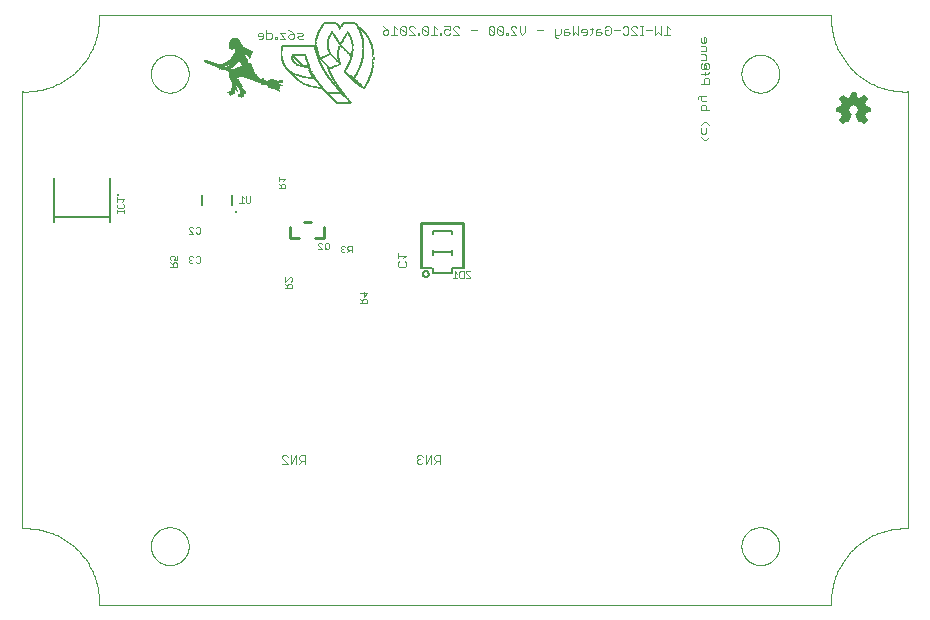
<source format=gbo>
G75*
%MOIN*%
%OFA0B0*%
%FSLAX25Y25*%
%IPPOS*%
%LPD*%
%AMOC8*
5,1,8,0,0,1.08239X$1,22.5*
%
%ADD10C,0.00000*%
%ADD11R,0.00100X0.00100*%
%ADD12R,0.00700X0.00100*%
%ADD13R,0.01500X0.00100*%
%ADD14R,0.01700X0.00100*%
%ADD15R,0.01800X0.00100*%
%ADD16R,0.02000X0.00100*%
%ADD17R,0.01900X0.00100*%
%ADD18R,0.00300X0.00100*%
%ADD19R,0.00600X0.00100*%
%ADD20R,0.01600X0.00100*%
%ADD21R,0.00900X0.00100*%
%ADD22R,0.01200X0.00100*%
%ADD23R,0.00200X0.00100*%
%ADD24R,0.01400X0.00100*%
%ADD25R,0.01100X0.00100*%
%ADD26R,0.02100X0.00100*%
%ADD27R,0.02300X0.00100*%
%ADD28R,0.02400X0.00100*%
%ADD29R,0.00400X0.00100*%
%ADD30R,0.02200X0.00100*%
%ADD31R,0.00500X0.00100*%
%ADD32R,0.01300X0.00100*%
%ADD33R,0.00800X0.00100*%
%ADD34R,0.02500X0.00100*%
%ADD35R,0.02700X0.00100*%
%ADD36R,0.02900X0.00100*%
%ADD37R,0.03100X0.00100*%
%ADD38R,0.03700X0.00100*%
%ADD39R,0.03800X0.00100*%
%ADD40R,0.03900X0.00100*%
%ADD41R,0.04000X0.00100*%
%ADD42R,0.05100X0.00100*%
%ADD43R,0.04800X0.00100*%
%ADD44R,0.04700X0.00100*%
%ADD45R,0.03000X0.00100*%
%ADD46R,0.06200X0.00100*%
%ADD47R,0.06000X0.00100*%
%ADD48R,0.07400X0.00100*%
%ADD49R,0.02800X0.00100*%
%ADD50R,0.07600X0.00100*%
%ADD51R,0.07700X0.00100*%
%ADD52R,0.08200X0.00100*%
%ADD53R,0.08600X0.00100*%
%ADD54R,0.05200X0.00100*%
%ADD55R,0.02600X0.00100*%
%ADD56R,0.01000X0.00100*%
%ADD57R,0.04100X0.00100*%
%ADD58R,0.03300X0.00100*%
%ADD59R,0.03600X0.00100*%
%ADD60R,0.04200X0.00100*%
%ADD61R,0.04400X0.00100*%
%ADD62R,0.04600X0.00100*%
%ADD63R,0.03200X0.00100*%
%ADD64R,0.05000X0.00100*%
%ADD65R,0.03500X0.00100*%
%ADD66R,0.09400X0.00100*%
%ADD67R,0.09300X0.00100*%
%ADD68R,0.09200X0.00100*%
%ADD69R,0.09100X0.00100*%
%ADD70R,0.09000X0.00100*%
%ADD71R,0.08900X0.00100*%
%ADD72R,0.08800X0.00100*%
%ADD73R,0.08700X0.00100*%
%ADD74R,0.08500X0.00100*%
%ADD75R,0.08400X0.00100*%
%ADD76R,0.08300X0.00100*%
%ADD77R,0.08100X0.00100*%
%ADD78R,0.06700X0.00100*%
%ADD79R,0.06400X0.00100*%
%ADD80R,0.05900X0.00100*%
%ADD81R,0.05700X0.00100*%
%ADD82R,0.05400X0.00100*%
%ADD83R,0.04300X0.00100*%
%ADD84R,0.04900X0.00100*%
%ADD85R,0.05600X0.00100*%
%ADD86R,0.06100X0.00100*%
%ADD87R,0.04500X0.00100*%
%ADD88R,0.03400X0.00100*%
%ADD89R,0.05800X0.00100*%
%ADD90R,0.05300X0.00100*%
%ADD91R,0.11600X0.00100*%
%ADD92R,0.11100X0.00100*%
%ADD93R,0.11000X0.00100*%
%ADD94C,0.00300*%
%ADD95C,0.01000*%
%ADD96C,0.00600*%
%ADD97C,0.00800*%
%ADD98C,0.00200*%
%ADD99C,0.01000*%
D10*
X0053934Y0055808D02*
X0054532Y0055829D01*
X0055131Y0055835D01*
X0055730Y0055827D01*
X0056329Y0055803D01*
X0056927Y0055766D01*
X0057524Y0055713D01*
X0058119Y0055646D01*
X0058712Y0055565D01*
X0059304Y0055469D01*
X0059893Y0055358D01*
X0060478Y0055234D01*
X0061061Y0055094D01*
X0061640Y0054941D01*
X0062215Y0054773D01*
X0062786Y0054592D01*
X0063353Y0054396D01*
X0063914Y0054187D01*
X0064470Y0053964D01*
X0065020Y0053728D01*
X0065565Y0053478D01*
X0066103Y0053215D01*
X0066634Y0052938D01*
X0067159Y0052649D01*
X0067676Y0052347D01*
X0068186Y0052033D01*
X0068688Y0051706D01*
X0069182Y0051367D01*
X0069667Y0051016D01*
X0070144Y0050653D01*
X0070612Y0050278D01*
X0071070Y0049892D01*
X0071519Y0049496D01*
X0071958Y0049088D01*
X0072386Y0048669D01*
X0072805Y0048241D01*
X0073213Y0047802D01*
X0073609Y0047353D01*
X0073995Y0046895D01*
X0074370Y0046427D01*
X0074733Y0045950D01*
X0075084Y0045465D01*
X0075423Y0044971D01*
X0075750Y0044469D01*
X0076064Y0043959D01*
X0076366Y0043442D01*
X0076655Y0042917D01*
X0076932Y0042386D01*
X0077195Y0041848D01*
X0077445Y0041303D01*
X0077681Y0040753D01*
X0077904Y0040197D01*
X0078113Y0039636D01*
X0078309Y0039069D01*
X0078490Y0038498D01*
X0078658Y0037923D01*
X0078811Y0037344D01*
X0078951Y0036761D01*
X0079075Y0036176D01*
X0079186Y0035587D01*
X0079282Y0034995D01*
X0079363Y0034402D01*
X0079430Y0033807D01*
X0079483Y0033210D01*
X0079520Y0032612D01*
X0079544Y0032013D01*
X0079552Y0031414D01*
X0079546Y0030815D01*
X0079525Y0030217D01*
X0079524Y0030217D02*
X0323619Y0030217D01*
X0323618Y0030217D02*
X0323597Y0030815D01*
X0323591Y0031414D01*
X0323599Y0032013D01*
X0323623Y0032612D01*
X0323660Y0033210D01*
X0323713Y0033807D01*
X0323780Y0034402D01*
X0323861Y0034995D01*
X0323957Y0035587D01*
X0324068Y0036176D01*
X0324192Y0036761D01*
X0324332Y0037344D01*
X0324485Y0037923D01*
X0324653Y0038498D01*
X0324834Y0039069D01*
X0325030Y0039636D01*
X0325239Y0040197D01*
X0325462Y0040753D01*
X0325698Y0041303D01*
X0325948Y0041848D01*
X0326211Y0042386D01*
X0326488Y0042917D01*
X0326777Y0043442D01*
X0327079Y0043959D01*
X0327393Y0044469D01*
X0327720Y0044971D01*
X0328059Y0045465D01*
X0328410Y0045950D01*
X0328773Y0046427D01*
X0329148Y0046895D01*
X0329534Y0047353D01*
X0329930Y0047802D01*
X0330338Y0048241D01*
X0330757Y0048669D01*
X0331185Y0049088D01*
X0331624Y0049496D01*
X0332073Y0049892D01*
X0332531Y0050278D01*
X0332999Y0050653D01*
X0333476Y0051016D01*
X0333961Y0051367D01*
X0334455Y0051706D01*
X0334957Y0052033D01*
X0335467Y0052347D01*
X0335984Y0052649D01*
X0336509Y0052938D01*
X0337040Y0053215D01*
X0337578Y0053478D01*
X0338123Y0053728D01*
X0338673Y0053964D01*
X0339229Y0054187D01*
X0339790Y0054396D01*
X0340357Y0054592D01*
X0340928Y0054773D01*
X0341503Y0054941D01*
X0342082Y0055094D01*
X0342665Y0055234D01*
X0343250Y0055358D01*
X0343839Y0055469D01*
X0344431Y0055565D01*
X0345024Y0055646D01*
X0345619Y0055713D01*
X0346216Y0055766D01*
X0346814Y0055803D01*
X0347413Y0055827D01*
X0348012Y0055835D01*
X0348611Y0055829D01*
X0349209Y0055808D01*
X0349209Y0055807D02*
X0349209Y0201476D01*
X0348611Y0201455D01*
X0348012Y0201449D01*
X0347413Y0201457D01*
X0346814Y0201481D01*
X0346216Y0201518D01*
X0345619Y0201571D01*
X0345024Y0201638D01*
X0344431Y0201719D01*
X0343839Y0201815D01*
X0343250Y0201926D01*
X0342665Y0202050D01*
X0342082Y0202190D01*
X0341503Y0202343D01*
X0340928Y0202511D01*
X0340357Y0202692D01*
X0339790Y0202888D01*
X0339229Y0203097D01*
X0338673Y0203320D01*
X0338123Y0203556D01*
X0337578Y0203806D01*
X0337040Y0204069D01*
X0336509Y0204346D01*
X0335984Y0204635D01*
X0335467Y0204937D01*
X0334957Y0205251D01*
X0334455Y0205578D01*
X0333961Y0205917D01*
X0333476Y0206268D01*
X0332999Y0206631D01*
X0332531Y0207006D01*
X0332073Y0207392D01*
X0331624Y0207788D01*
X0331185Y0208196D01*
X0330757Y0208615D01*
X0330338Y0209043D01*
X0329930Y0209482D01*
X0329534Y0209931D01*
X0329148Y0210389D01*
X0328773Y0210857D01*
X0328410Y0211334D01*
X0328059Y0211819D01*
X0327720Y0212313D01*
X0327393Y0212815D01*
X0327079Y0213325D01*
X0326777Y0213842D01*
X0326488Y0214367D01*
X0326211Y0214898D01*
X0325948Y0215436D01*
X0325698Y0215981D01*
X0325462Y0216531D01*
X0325239Y0217087D01*
X0325030Y0217648D01*
X0324834Y0218215D01*
X0324653Y0218786D01*
X0324485Y0219361D01*
X0324332Y0219940D01*
X0324192Y0220523D01*
X0324068Y0221108D01*
X0323957Y0221697D01*
X0323861Y0222289D01*
X0323780Y0222882D01*
X0323713Y0223477D01*
X0323660Y0224074D01*
X0323623Y0224672D01*
X0323599Y0225271D01*
X0323591Y0225870D01*
X0323597Y0226469D01*
X0323618Y0227067D01*
X0323619Y0227067D02*
X0079524Y0227067D01*
X0079525Y0227067D02*
X0079546Y0226469D01*
X0079552Y0225870D01*
X0079544Y0225271D01*
X0079520Y0224672D01*
X0079483Y0224074D01*
X0079430Y0223477D01*
X0079363Y0222882D01*
X0079282Y0222289D01*
X0079186Y0221697D01*
X0079075Y0221108D01*
X0078951Y0220523D01*
X0078811Y0219940D01*
X0078658Y0219361D01*
X0078490Y0218786D01*
X0078309Y0218215D01*
X0078113Y0217648D01*
X0077904Y0217087D01*
X0077681Y0216531D01*
X0077445Y0215981D01*
X0077195Y0215436D01*
X0076932Y0214898D01*
X0076655Y0214367D01*
X0076366Y0213842D01*
X0076064Y0213325D01*
X0075750Y0212815D01*
X0075423Y0212313D01*
X0075084Y0211819D01*
X0074733Y0211334D01*
X0074370Y0210857D01*
X0073995Y0210389D01*
X0073609Y0209931D01*
X0073213Y0209482D01*
X0072805Y0209043D01*
X0072386Y0208615D01*
X0071958Y0208196D01*
X0071519Y0207788D01*
X0071070Y0207392D01*
X0070612Y0207006D01*
X0070144Y0206631D01*
X0069667Y0206268D01*
X0069182Y0205917D01*
X0068688Y0205578D01*
X0068186Y0205251D01*
X0067676Y0204937D01*
X0067159Y0204635D01*
X0066634Y0204346D01*
X0066103Y0204069D01*
X0065565Y0203806D01*
X0065020Y0203556D01*
X0064470Y0203320D01*
X0063914Y0203097D01*
X0063353Y0202888D01*
X0062786Y0202692D01*
X0062215Y0202511D01*
X0061640Y0202343D01*
X0061061Y0202190D01*
X0060478Y0202050D01*
X0059893Y0201926D01*
X0059304Y0201815D01*
X0058712Y0201719D01*
X0058119Y0201638D01*
X0057524Y0201571D01*
X0056927Y0201518D01*
X0056329Y0201481D01*
X0055730Y0201457D01*
X0055131Y0201449D01*
X0054532Y0201455D01*
X0053934Y0201476D01*
X0053934Y0055807D01*
X0096847Y0049902D02*
X0096849Y0050060D01*
X0096855Y0050218D01*
X0096865Y0050376D01*
X0096879Y0050534D01*
X0096897Y0050691D01*
X0096918Y0050848D01*
X0096944Y0051004D01*
X0096974Y0051160D01*
X0097007Y0051315D01*
X0097045Y0051468D01*
X0097086Y0051621D01*
X0097131Y0051773D01*
X0097180Y0051924D01*
X0097233Y0052073D01*
X0097289Y0052221D01*
X0097349Y0052367D01*
X0097413Y0052512D01*
X0097481Y0052655D01*
X0097552Y0052797D01*
X0097626Y0052937D01*
X0097704Y0053074D01*
X0097786Y0053210D01*
X0097870Y0053344D01*
X0097959Y0053475D01*
X0098050Y0053604D01*
X0098145Y0053731D01*
X0098242Y0053856D01*
X0098343Y0053978D01*
X0098447Y0054097D01*
X0098554Y0054214D01*
X0098664Y0054328D01*
X0098777Y0054439D01*
X0098892Y0054548D01*
X0099010Y0054653D01*
X0099131Y0054755D01*
X0099254Y0054855D01*
X0099380Y0054951D01*
X0099508Y0055044D01*
X0099638Y0055134D01*
X0099771Y0055220D01*
X0099906Y0055304D01*
X0100042Y0055383D01*
X0100181Y0055460D01*
X0100322Y0055532D01*
X0100464Y0055602D01*
X0100608Y0055667D01*
X0100754Y0055729D01*
X0100901Y0055787D01*
X0101050Y0055842D01*
X0101200Y0055893D01*
X0101351Y0055940D01*
X0101503Y0055983D01*
X0101656Y0056022D01*
X0101811Y0056058D01*
X0101966Y0056089D01*
X0102122Y0056117D01*
X0102278Y0056141D01*
X0102435Y0056161D01*
X0102593Y0056177D01*
X0102750Y0056189D01*
X0102909Y0056197D01*
X0103067Y0056201D01*
X0103225Y0056201D01*
X0103383Y0056197D01*
X0103542Y0056189D01*
X0103699Y0056177D01*
X0103857Y0056161D01*
X0104014Y0056141D01*
X0104170Y0056117D01*
X0104326Y0056089D01*
X0104481Y0056058D01*
X0104636Y0056022D01*
X0104789Y0055983D01*
X0104941Y0055940D01*
X0105092Y0055893D01*
X0105242Y0055842D01*
X0105391Y0055787D01*
X0105538Y0055729D01*
X0105684Y0055667D01*
X0105828Y0055602D01*
X0105970Y0055532D01*
X0106111Y0055460D01*
X0106250Y0055383D01*
X0106386Y0055304D01*
X0106521Y0055220D01*
X0106654Y0055134D01*
X0106784Y0055044D01*
X0106912Y0054951D01*
X0107038Y0054855D01*
X0107161Y0054755D01*
X0107282Y0054653D01*
X0107400Y0054548D01*
X0107515Y0054439D01*
X0107628Y0054328D01*
X0107738Y0054214D01*
X0107845Y0054097D01*
X0107949Y0053978D01*
X0108050Y0053856D01*
X0108147Y0053731D01*
X0108242Y0053604D01*
X0108333Y0053475D01*
X0108422Y0053344D01*
X0108506Y0053210D01*
X0108588Y0053074D01*
X0108666Y0052937D01*
X0108740Y0052797D01*
X0108811Y0052655D01*
X0108879Y0052512D01*
X0108943Y0052367D01*
X0109003Y0052221D01*
X0109059Y0052073D01*
X0109112Y0051924D01*
X0109161Y0051773D01*
X0109206Y0051621D01*
X0109247Y0051468D01*
X0109285Y0051315D01*
X0109318Y0051160D01*
X0109348Y0051004D01*
X0109374Y0050848D01*
X0109395Y0050691D01*
X0109413Y0050534D01*
X0109427Y0050376D01*
X0109437Y0050218D01*
X0109443Y0050060D01*
X0109445Y0049902D01*
X0109443Y0049744D01*
X0109437Y0049586D01*
X0109427Y0049428D01*
X0109413Y0049270D01*
X0109395Y0049113D01*
X0109374Y0048956D01*
X0109348Y0048800D01*
X0109318Y0048644D01*
X0109285Y0048489D01*
X0109247Y0048336D01*
X0109206Y0048183D01*
X0109161Y0048031D01*
X0109112Y0047880D01*
X0109059Y0047731D01*
X0109003Y0047583D01*
X0108943Y0047437D01*
X0108879Y0047292D01*
X0108811Y0047149D01*
X0108740Y0047007D01*
X0108666Y0046867D01*
X0108588Y0046730D01*
X0108506Y0046594D01*
X0108422Y0046460D01*
X0108333Y0046329D01*
X0108242Y0046200D01*
X0108147Y0046073D01*
X0108050Y0045948D01*
X0107949Y0045826D01*
X0107845Y0045707D01*
X0107738Y0045590D01*
X0107628Y0045476D01*
X0107515Y0045365D01*
X0107400Y0045256D01*
X0107282Y0045151D01*
X0107161Y0045049D01*
X0107038Y0044949D01*
X0106912Y0044853D01*
X0106784Y0044760D01*
X0106654Y0044670D01*
X0106521Y0044584D01*
X0106386Y0044500D01*
X0106250Y0044421D01*
X0106111Y0044344D01*
X0105970Y0044272D01*
X0105828Y0044202D01*
X0105684Y0044137D01*
X0105538Y0044075D01*
X0105391Y0044017D01*
X0105242Y0043962D01*
X0105092Y0043911D01*
X0104941Y0043864D01*
X0104789Y0043821D01*
X0104636Y0043782D01*
X0104481Y0043746D01*
X0104326Y0043715D01*
X0104170Y0043687D01*
X0104014Y0043663D01*
X0103857Y0043643D01*
X0103699Y0043627D01*
X0103542Y0043615D01*
X0103383Y0043607D01*
X0103225Y0043603D01*
X0103067Y0043603D01*
X0102909Y0043607D01*
X0102750Y0043615D01*
X0102593Y0043627D01*
X0102435Y0043643D01*
X0102278Y0043663D01*
X0102122Y0043687D01*
X0101966Y0043715D01*
X0101811Y0043746D01*
X0101656Y0043782D01*
X0101503Y0043821D01*
X0101351Y0043864D01*
X0101200Y0043911D01*
X0101050Y0043962D01*
X0100901Y0044017D01*
X0100754Y0044075D01*
X0100608Y0044137D01*
X0100464Y0044202D01*
X0100322Y0044272D01*
X0100181Y0044344D01*
X0100042Y0044421D01*
X0099906Y0044500D01*
X0099771Y0044584D01*
X0099638Y0044670D01*
X0099508Y0044760D01*
X0099380Y0044853D01*
X0099254Y0044949D01*
X0099131Y0045049D01*
X0099010Y0045151D01*
X0098892Y0045256D01*
X0098777Y0045365D01*
X0098664Y0045476D01*
X0098554Y0045590D01*
X0098447Y0045707D01*
X0098343Y0045826D01*
X0098242Y0045948D01*
X0098145Y0046073D01*
X0098050Y0046200D01*
X0097959Y0046329D01*
X0097870Y0046460D01*
X0097786Y0046594D01*
X0097704Y0046730D01*
X0097626Y0046867D01*
X0097552Y0047007D01*
X0097481Y0047149D01*
X0097413Y0047292D01*
X0097349Y0047437D01*
X0097289Y0047583D01*
X0097233Y0047731D01*
X0097180Y0047880D01*
X0097131Y0048031D01*
X0097086Y0048183D01*
X0097045Y0048336D01*
X0097007Y0048489D01*
X0096974Y0048644D01*
X0096944Y0048800D01*
X0096918Y0048956D01*
X0096897Y0049113D01*
X0096879Y0049270D01*
X0096865Y0049428D01*
X0096855Y0049586D01*
X0096849Y0049744D01*
X0096847Y0049902D01*
X0293698Y0049902D02*
X0293700Y0050060D01*
X0293706Y0050218D01*
X0293716Y0050376D01*
X0293730Y0050534D01*
X0293748Y0050691D01*
X0293769Y0050848D01*
X0293795Y0051004D01*
X0293825Y0051160D01*
X0293858Y0051315D01*
X0293896Y0051468D01*
X0293937Y0051621D01*
X0293982Y0051773D01*
X0294031Y0051924D01*
X0294084Y0052073D01*
X0294140Y0052221D01*
X0294200Y0052367D01*
X0294264Y0052512D01*
X0294332Y0052655D01*
X0294403Y0052797D01*
X0294477Y0052937D01*
X0294555Y0053074D01*
X0294637Y0053210D01*
X0294721Y0053344D01*
X0294810Y0053475D01*
X0294901Y0053604D01*
X0294996Y0053731D01*
X0295093Y0053856D01*
X0295194Y0053978D01*
X0295298Y0054097D01*
X0295405Y0054214D01*
X0295515Y0054328D01*
X0295628Y0054439D01*
X0295743Y0054548D01*
X0295861Y0054653D01*
X0295982Y0054755D01*
X0296105Y0054855D01*
X0296231Y0054951D01*
X0296359Y0055044D01*
X0296489Y0055134D01*
X0296622Y0055220D01*
X0296757Y0055304D01*
X0296893Y0055383D01*
X0297032Y0055460D01*
X0297173Y0055532D01*
X0297315Y0055602D01*
X0297459Y0055667D01*
X0297605Y0055729D01*
X0297752Y0055787D01*
X0297901Y0055842D01*
X0298051Y0055893D01*
X0298202Y0055940D01*
X0298354Y0055983D01*
X0298507Y0056022D01*
X0298662Y0056058D01*
X0298817Y0056089D01*
X0298973Y0056117D01*
X0299129Y0056141D01*
X0299286Y0056161D01*
X0299444Y0056177D01*
X0299601Y0056189D01*
X0299760Y0056197D01*
X0299918Y0056201D01*
X0300076Y0056201D01*
X0300234Y0056197D01*
X0300393Y0056189D01*
X0300550Y0056177D01*
X0300708Y0056161D01*
X0300865Y0056141D01*
X0301021Y0056117D01*
X0301177Y0056089D01*
X0301332Y0056058D01*
X0301487Y0056022D01*
X0301640Y0055983D01*
X0301792Y0055940D01*
X0301943Y0055893D01*
X0302093Y0055842D01*
X0302242Y0055787D01*
X0302389Y0055729D01*
X0302535Y0055667D01*
X0302679Y0055602D01*
X0302821Y0055532D01*
X0302962Y0055460D01*
X0303101Y0055383D01*
X0303237Y0055304D01*
X0303372Y0055220D01*
X0303505Y0055134D01*
X0303635Y0055044D01*
X0303763Y0054951D01*
X0303889Y0054855D01*
X0304012Y0054755D01*
X0304133Y0054653D01*
X0304251Y0054548D01*
X0304366Y0054439D01*
X0304479Y0054328D01*
X0304589Y0054214D01*
X0304696Y0054097D01*
X0304800Y0053978D01*
X0304901Y0053856D01*
X0304998Y0053731D01*
X0305093Y0053604D01*
X0305184Y0053475D01*
X0305273Y0053344D01*
X0305357Y0053210D01*
X0305439Y0053074D01*
X0305517Y0052937D01*
X0305591Y0052797D01*
X0305662Y0052655D01*
X0305730Y0052512D01*
X0305794Y0052367D01*
X0305854Y0052221D01*
X0305910Y0052073D01*
X0305963Y0051924D01*
X0306012Y0051773D01*
X0306057Y0051621D01*
X0306098Y0051468D01*
X0306136Y0051315D01*
X0306169Y0051160D01*
X0306199Y0051004D01*
X0306225Y0050848D01*
X0306246Y0050691D01*
X0306264Y0050534D01*
X0306278Y0050376D01*
X0306288Y0050218D01*
X0306294Y0050060D01*
X0306296Y0049902D01*
X0306294Y0049744D01*
X0306288Y0049586D01*
X0306278Y0049428D01*
X0306264Y0049270D01*
X0306246Y0049113D01*
X0306225Y0048956D01*
X0306199Y0048800D01*
X0306169Y0048644D01*
X0306136Y0048489D01*
X0306098Y0048336D01*
X0306057Y0048183D01*
X0306012Y0048031D01*
X0305963Y0047880D01*
X0305910Y0047731D01*
X0305854Y0047583D01*
X0305794Y0047437D01*
X0305730Y0047292D01*
X0305662Y0047149D01*
X0305591Y0047007D01*
X0305517Y0046867D01*
X0305439Y0046730D01*
X0305357Y0046594D01*
X0305273Y0046460D01*
X0305184Y0046329D01*
X0305093Y0046200D01*
X0304998Y0046073D01*
X0304901Y0045948D01*
X0304800Y0045826D01*
X0304696Y0045707D01*
X0304589Y0045590D01*
X0304479Y0045476D01*
X0304366Y0045365D01*
X0304251Y0045256D01*
X0304133Y0045151D01*
X0304012Y0045049D01*
X0303889Y0044949D01*
X0303763Y0044853D01*
X0303635Y0044760D01*
X0303505Y0044670D01*
X0303372Y0044584D01*
X0303237Y0044500D01*
X0303101Y0044421D01*
X0302962Y0044344D01*
X0302821Y0044272D01*
X0302679Y0044202D01*
X0302535Y0044137D01*
X0302389Y0044075D01*
X0302242Y0044017D01*
X0302093Y0043962D01*
X0301943Y0043911D01*
X0301792Y0043864D01*
X0301640Y0043821D01*
X0301487Y0043782D01*
X0301332Y0043746D01*
X0301177Y0043715D01*
X0301021Y0043687D01*
X0300865Y0043663D01*
X0300708Y0043643D01*
X0300550Y0043627D01*
X0300393Y0043615D01*
X0300234Y0043607D01*
X0300076Y0043603D01*
X0299918Y0043603D01*
X0299760Y0043607D01*
X0299601Y0043615D01*
X0299444Y0043627D01*
X0299286Y0043643D01*
X0299129Y0043663D01*
X0298973Y0043687D01*
X0298817Y0043715D01*
X0298662Y0043746D01*
X0298507Y0043782D01*
X0298354Y0043821D01*
X0298202Y0043864D01*
X0298051Y0043911D01*
X0297901Y0043962D01*
X0297752Y0044017D01*
X0297605Y0044075D01*
X0297459Y0044137D01*
X0297315Y0044202D01*
X0297173Y0044272D01*
X0297032Y0044344D01*
X0296893Y0044421D01*
X0296757Y0044500D01*
X0296622Y0044584D01*
X0296489Y0044670D01*
X0296359Y0044760D01*
X0296231Y0044853D01*
X0296105Y0044949D01*
X0295982Y0045049D01*
X0295861Y0045151D01*
X0295743Y0045256D01*
X0295628Y0045365D01*
X0295515Y0045476D01*
X0295405Y0045590D01*
X0295298Y0045707D01*
X0295194Y0045826D01*
X0295093Y0045948D01*
X0294996Y0046073D01*
X0294901Y0046200D01*
X0294810Y0046329D01*
X0294721Y0046460D01*
X0294637Y0046594D01*
X0294555Y0046730D01*
X0294477Y0046867D01*
X0294403Y0047007D01*
X0294332Y0047149D01*
X0294264Y0047292D01*
X0294200Y0047437D01*
X0294140Y0047583D01*
X0294084Y0047731D01*
X0294031Y0047880D01*
X0293982Y0048031D01*
X0293937Y0048183D01*
X0293896Y0048336D01*
X0293858Y0048489D01*
X0293825Y0048644D01*
X0293795Y0048800D01*
X0293769Y0048956D01*
X0293748Y0049113D01*
X0293730Y0049270D01*
X0293716Y0049428D01*
X0293706Y0049586D01*
X0293700Y0049744D01*
X0293698Y0049902D01*
X0293698Y0207382D02*
X0293700Y0207540D01*
X0293706Y0207698D01*
X0293716Y0207856D01*
X0293730Y0208014D01*
X0293748Y0208171D01*
X0293769Y0208328D01*
X0293795Y0208484D01*
X0293825Y0208640D01*
X0293858Y0208795D01*
X0293896Y0208948D01*
X0293937Y0209101D01*
X0293982Y0209253D01*
X0294031Y0209404D01*
X0294084Y0209553D01*
X0294140Y0209701D01*
X0294200Y0209847D01*
X0294264Y0209992D01*
X0294332Y0210135D01*
X0294403Y0210277D01*
X0294477Y0210417D01*
X0294555Y0210554D01*
X0294637Y0210690D01*
X0294721Y0210824D01*
X0294810Y0210955D01*
X0294901Y0211084D01*
X0294996Y0211211D01*
X0295093Y0211336D01*
X0295194Y0211458D01*
X0295298Y0211577D01*
X0295405Y0211694D01*
X0295515Y0211808D01*
X0295628Y0211919D01*
X0295743Y0212028D01*
X0295861Y0212133D01*
X0295982Y0212235D01*
X0296105Y0212335D01*
X0296231Y0212431D01*
X0296359Y0212524D01*
X0296489Y0212614D01*
X0296622Y0212700D01*
X0296757Y0212784D01*
X0296893Y0212863D01*
X0297032Y0212940D01*
X0297173Y0213012D01*
X0297315Y0213082D01*
X0297459Y0213147D01*
X0297605Y0213209D01*
X0297752Y0213267D01*
X0297901Y0213322D01*
X0298051Y0213373D01*
X0298202Y0213420D01*
X0298354Y0213463D01*
X0298507Y0213502D01*
X0298662Y0213538D01*
X0298817Y0213569D01*
X0298973Y0213597D01*
X0299129Y0213621D01*
X0299286Y0213641D01*
X0299444Y0213657D01*
X0299601Y0213669D01*
X0299760Y0213677D01*
X0299918Y0213681D01*
X0300076Y0213681D01*
X0300234Y0213677D01*
X0300393Y0213669D01*
X0300550Y0213657D01*
X0300708Y0213641D01*
X0300865Y0213621D01*
X0301021Y0213597D01*
X0301177Y0213569D01*
X0301332Y0213538D01*
X0301487Y0213502D01*
X0301640Y0213463D01*
X0301792Y0213420D01*
X0301943Y0213373D01*
X0302093Y0213322D01*
X0302242Y0213267D01*
X0302389Y0213209D01*
X0302535Y0213147D01*
X0302679Y0213082D01*
X0302821Y0213012D01*
X0302962Y0212940D01*
X0303101Y0212863D01*
X0303237Y0212784D01*
X0303372Y0212700D01*
X0303505Y0212614D01*
X0303635Y0212524D01*
X0303763Y0212431D01*
X0303889Y0212335D01*
X0304012Y0212235D01*
X0304133Y0212133D01*
X0304251Y0212028D01*
X0304366Y0211919D01*
X0304479Y0211808D01*
X0304589Y0211694D01*
X0304696Y0211577D01*
X0304800Y0211458D01*
X0304901Y0211336D01*
X0304998Y0211211D01*
X0305093Y0211084D01*
X0305184Y0210955D01*
X0305273Y0210824D01*
X0305357Y0210690D01*
X0305439Y0210554D01*
X0305517Y0210417D01*
X0305591Y0210277D01*
X0305662Y0210135D01*
X0305730Y0209992D01*
X0305794Y0209847D01*
X0305854Y0209701D01*
X0305910Y0209553D01*
X0305963Y0209404D01*
X0306012Y0209253D01*
X0306057Y0209101D01*
X0306098Y0208948D01*
X0306136Y0208795D01*
X0306169Y0208640D01*
X0306199Y0208484D01*
X0306225Y0208328D01*
X0306246Y0208171D01*
X0306264Y0208014D01*
X0306278Y0207856D01*
X0306288Y0207698D01*
X0306294Y0207540D01*
X0306296Y0207382D01*
X0306294Y0207224D01*
X0306288Y0207066D01*
X0306278Y0206908D01*
X0306264Y0206750D01*
X0306246Y0206593D01*
X0306225Y0206436D01*
X0306199Y0206280D01*
X0306169Y0206124D01*
X0306136Y0205969D01*
X0306098Y0205816D01*
X0306057Y0205663D01*
X0306012Y0205511D01*
X0305963Y0205360D01*
X0305910Y0205211D01*
X0305854Y0205063D01*
X0305794Y0204917D01*
X0305730Y0204772D01*
X0305662Y0204629D01*
X0305591Y0204487D01*
X0305517Y0204347D01*
X0305439Y0204210D01*
X0305357Y0204074D01*
X0305273Y0203940D01*
X0305184Y0203809D01*
X0305093Y0203680D01*
X0304998Y0203553D01*
X0304901Y0203428D01*
X0304800Y0203306D01*
X0304696Y0203187D01*
X0304589Y0203070D01*
X0304479Y0202956D01*
X0304366Y0202845D01*
X0304251Y0202736D01*
X0304133Y0202631D01*
X0304012Y0202529D01*
X0303889Y0202429D01*
X0303763Y0202333D01*
X0303635Y0202240D01*
X0303505Y0202150D01*
X0303372Y0202064D01*
X0303237Y0201980D01*
X0303101Y0201901D01*
X0302962Y0201824D01*
X0302821Y0201752D01*
X0302679Y0201682D01*
X0302535Y0201617D01*
X0302389Y0201555D01*
X0302242Y0201497D01*
X0302093Y0201442D01*
X0301943Y0201391D01*
X0301792Y0201344D01*
X0301640Y0201301D01*
X0301487Y0201262D01*
X0301332Y0201226D01*
X0301177Y0201195D01*
X0301021Y0201167D01*
X0300865Y0201143D01*
X0300708Y0201123D01*
X0300550Y0201107D01*
X0300393Y0201095D01*
X0300234Y0201087D01*
X0300076Y0201083D01*
X0299918Y0201083D01*
X0299760Y0201087D01*
X0299601Y0201095D01*
X0299444Y0201107D01*
X0299286Y0201123D01*
X0299129Y0201143D01*
X0298973Y0201167D01*
X0298817Y0201195D01*
X0298662Y0201226D01*
X0298507Y0201262D01*
X0298354Y0201301D01*
X0298202Y0201344D01*
X0298051Y0201391D01*
X0297901Y0201442D01*
X0297752Y0201497D01*
X0297605Y0201555D01*
X0297459Y0201617D01*
X0297315Y0201682D01*
X0297173Y0201752D01*
X0297032Y0201824D01*
X0296893Y0201901D01*
X0296757Y0201980D01*
X0296622Y0202064D01*
X0296489Y0202150D01*
X0296359Y0202240D01*
X0296231Y0202333D01*
X0296105Y0202429D01*
X0295982Y0202529D01*
X0295861Y0202631D01*
X0295743Y0202736D01*
X0295628Y0202845D01*
X0295515Y0202956D01*
X0295405Y0203070D01*
X0295298Y0203187D01*
X0295194Y0203306D01*
X0295093Y0203428D01*
X0294996Y0203553D01*
X0294901Y0203680D01*
X0294810Y0203809D01*
X0294721Y0203940D01*
X0294637Y0204074D01*
X0294555Y0204210D01*
X0294477Y0204347D01*
X0294403Y0204487D01*
X0294332Y0204629D01*
X0294264Y0204772D01*
X0294200Y0204917D01*
X0294140Y0205063D01*
X0294084Y0205211D01*
X0294031Y0205360D01*
X0293982Y0205511D01*
X0293937Y0205663D01*
X0293896Y0205816D01*
X0293858Y0205969D01*
X0293825Y0206124D01*
X0293795Y0206280D01*
X0293769Y0206436D01*
X0293748Y0206593D01*
X0293730Y0206750D01*
X0293716Y0206908D01*
X0293706Y0207066D01*
X0293700Y0207224D01*
X0293698Y0207382D01*
X0096847Y0207382D02*
X0096849Y0207540D01*
X0096855Y0207698D01*
X0096865Y0207856D01*
X0096879Y0208014D01*
X0096897Y0208171D01*
X0096918Y0208328D01*
X0096944Y0208484D01*
X0096974Y0208640D01*
X0097007Y0208795D01*
X0097045Y0208948D01*
X0097086Y0209101D01*
X0097131Y0209253D01*
X0097180Y0209404D01*
X0097233Y0209553D01*
X0097289Y0209701D01*
X0097349Y0209847D01*
X0097413Y0209992D01*
X0097481Y0210135D01*
X0097552Y0210277D01*
X0097626Y0210417D01*
X0097704Y0210554D01*
X0097786Y0210690D01*
X0097870Y0210824D01*
X0097959Y0210955D01*
X0098050Y0211084D01*
X0098145Y0211211D01*
X0098242Y0211336D01*
X0098343Y0211458D01*
X0098447Y0211577D01*
X0098554Y0211694D01*
X0098664Y0211808D01*
X0098777Y0211919D01*
X0098892Y0212028D01*
X0099010Y0212133D01*
X0099131Y0212235D01*
X0099254Y0212335D01*
X0099380Y0212431D01*
X0099508Y0212524D01*
X0099638Y0212614D01*
X0099771Y0212700D01*
X0099906Y0212784D01*
X0100042Y0212863D01*
X0100181Y0212940D01*
X0100322Y0213012D01*
X0100464Y0213082D01*
X0100608Y0213147D01*
X0100754Y0213209D01*
X0100901Y0213267D01*
X0101050Y0213322D01*
X0101200Y0213373D01*
X0101351Y0213420D01*
X0101503Y0213463D01*
X0101656Y0213502D01*
X0101811Y0213538D01*
X0101966Y0213569D01*
X0102122Y0213597D01*
X0102278Y0213621D01*
X0102435Y0213641D01*
X0102593Y0213657D01*
X0102750Y0213669D01*
X0102909Y0213677D01*
X0103067Y0213681D01*
X0103225Y0213681D01*
X0103383Y0213677D01*
X0103542Y0213669D01*
X0103699Y0213657D01*
X0103857Y0213641D01*
X0104014Y0213621D01*
X0104170Y0213597D01*
X0104326Y0213569D01*
X0104481Y0213538D01*
X0104636Y0213502D01*
X0104789Y0213463D01*
X0104941Y0213420D01*
X0105092Y0213373D01*
X0105242Y0213322D01*
X0105391Y0213267D01*
X0105538Y0213209D01*
X0105684Y0213147D01*
X0105828Y0213082D01*
X0105970Y0213012D01*
X0106111Y0212940D01*
X0106250Y0212863D01*
X0106386Y0212784D01*
X0106521Y0212700D01*
X0106654Y0212614D01*
X0106784Y0212524D01*
X0106912Y0212431D01*
X0107038Y0212335D01*
X0107161Y0212235D01*
X0107282Y0212133D01*
X0107400Y0212028D01*
X0107515Y0211919D01*
X0107628Y0211808D01*
X0107738Y0211694D01*
X0107845Y0211577D01*
X0107949Y0211458D01*
X0108050Y0211336D01*
X0108147Y0211211D01*
X0108242Y0211084D01*
X0108333Y0210955D01*
X0108422Y0210824D01*
X0108506Y0210690D01*
X0108588Y0210554D01*
X0108666Y0210417D01*
X0108740Y0210277D01*
X0108811Y0210135D01*
X0108879Y0209992D01*
X0108943Y0209847D01*
X0109003Y0209701D01*
X0109059Y0209553D01*
X0109112Y0209404D01*
X0109161Y0209253D01*
X0109206Y0209101D01*
X0109247Y0208948D01*
X0109285Y0208795D01*
X0109318Y0208640D01*
X0109348Y0208484D01*
X0109374Y0208328D01*
X0109395Y0208171D01*
X0109413Y0208014D01*
X0109427Y0207856D01*
X0109437Y0207698D01*
X0109443Y0207540D01*
X0109445Y0207382D01*
X0109443Y0207224D01*
X0109437Y0207066D01*
X0109427Y0206908D01*
X0109413Y0206750D01*
X0109395Y0206593D01*
X0109374Y0206436D01*
X0109348Y0206280D01*
X0109318Y0206124D01*
X0109285Y0205969D01*
X0109247Y0205816D01*
X0109206Y0205663D01*
X0109161Y0205511D01*
X0109112Y0205360D01*
X0109059Y0205211D01*
X0109003Y0205063D01*
X0108943Y0204917D01*
X0108879Y0204772D01*
X0108811Y0204629D01*
X0108740Y0204487D01*
X0108666Y0204347D01*
X0108588Y0204210D01*
X0108506Y0204074D01*
X0108422Y0203940D01*
X0108333Y0203809D01*
X0108242Y0203680D01*
X0108147Y0203553D01*
X0108050Y0203428D01*
X0107949Y0203306D01*
X0107845Y0203187D01*
X0107738Y0203070D01*
X0107628Y0202956D01*
X0107515Y0202845D01*
X0107400Y0202736D01*
X0107282Y0202631D01*
X0107161Y0202529D01*
X0107038Y0202429D01*
X0106912Y0202333D01*
X0106784Y0202240D01*
X0106654Y0202150D01*
X0106521Y0202064D01*
X0106386Y0201980D01*
X0106250Y0201901D01*
X0106111Y0201824D01*
X0105970Y0201752D01*
X0105828Y0201682D01*
X0105684Y0201617D01*
X0105538Y0201555D01*
X0105391Y0201497D01*
X0105242Y0201442D01*
X0105092Y0201391D01*
X0104941Y0201344D01*
X0104789Y0201301D01*
X0104636Y0201262D01*
X0104481Y0201226D01*
X0104326Y0201195D01*
X0104170Y0201167D01*
X0104014Y0201143D01*
X0103857Y0201123D01*
X0103699Y0201107D01*
X0103542Y0201095D01*
X0103383Y0201087D01*
X0103225Y0201083D01*
X0103067Y0201083D01*
X0102909Y0201087D01*
X0102750Y0201095D01*
X0102593Y0201107D01*
X0102435Y0201123D01*
X0102278Y0201143D01*
X0102122Y0201167D01*
X0101966Y0201195D01*
X0101811Y0201226D01*
X0101656Y0201262D01*
X0101503Y0201301D01*
X0101351Y0201344D01*
X0101200Y0201391D01*
X0101050Y0201442D01*
X0100901Y0201497D01*
X0100754Y0201555D01*
X0100608Y0201617D01*
X0100464Y0201682D01*
X0100322Y0201752D01*
X0100181Y0201824D01*
X0100042Y0201901D01*
X0099906Y0201980D01*
X0099771Y0202064D01*
X0099638Y0202150D01*
X0099508Y0202240D01*
X0099380Y0202333D01*
X0099254Y0202429D01*
X0099131Y0202529D01*
X0099010Y0202631D01*
X0098892Y0202736D01*
X0098777Y0202845D01*
X0098664Y0202956D01*
X0098554Y0203070D01*
X0098447Y0203187D01*
X0098343Y0203306D01*
X0098242Y0203428D01*
X0098145Y0203553D01*
X0098050Y0203680D01*
X0097959Y0203809D01*
X0097870Y0203940D01*
X0097786Y0204074D01*
X0097704Y0204210D01*
X0097626Y0204347D01*
X0097552Y0204487D01*
X0097481Y0204629D01*
X0097413Y0204772D01*
X0097349Y0204917D01*
X0097289Y0205063D01*
X0097233Y0205211D01*
X0097180Y0205360D01*
X0097131Y0205511D01*
X0097086Y0205663D01*
X0097045Y0205816D01*
X0097007Y0205969D01*
X0096974Y0206124D01*
X0096944Y0206280D01*
X0096918Y0206436D01*
X0096897Y0206593D01*
X0096879Y0206750D01*
X0096865Y0206908D01*
X0096855Y0207066D01*
X0096849Y0207224D01*
X0096847Y0207382D01*
D11*
X0120034Y0208767D03*
X0129934Y0212267D03*
X0129934Y0212367D03*
X0134134Y0205667D03*
X0127134Y0199367D03*
D12*
X0126934Y0199467D03*
X0134234Y0205367D03*
X0137134Y0205267D03*
X0142734Y0208317D03*
X0143134Y0208017D03*
X0143234Y0207917D03*
X0145234Y0210517D03*
X0145134Y0210617D03*
X0145434Y0210417D03*
X0146434Y0204717D03*
X0146534Y0204617D03*
X0146734Y0204517D03*
X0147034Y0204317D03*
X0152034Y0204917D03*
X0152134Y0204817D03*
X0152234Y0204717D03*
X0152334Y0204617D03*
X0155934Y0209517D03*
X0156634Y0208917D03*
X0159834Y0210417D03*
X0159734Y0210817D03*
X0159634Y0210917D03*
X0156634Y0213817D03*
X0163734Y0213917D03*
X0163834Y0214117D03*
X0162434Y0220817D03*
X0162434Y0220917D03*
X0165434Y0223517D03*
X0165634Y0223317D03*
X0159234Y0223417D03*
X0159134Y0223517D03*
X0159034Y0223617D03*
X0161634Y0207717D03*
X0161734Y0207617D03*
X0164034Y0206017D03*
X0164434Y0205717D03*
X0164534Y0205617D03*
X0164834Y0204517D03*
X0164934Y0204417D03*
X0165234Y0204217D03*
X0165334Y0204117D03*
X0162634Y0198517D03*
X0162734Y0198417D03*
X0162834Y0198317D03*
X0162934Y0198217D03*
X0163034Y0198117D03*
X0163134Y0198017D03*
X0163234Y0197917D03*
X0129734Y0212967D03*
D13*
X0129434Y0213467D03*
X0124834Y0218967D03*
X0115334Y0211467D03*
X0124634Y0202367D03*
X0124134Y0201467D03*
X0124134Y0201367D03*
X0126634Y0202567D03*
X0126634Y0202667D03*
X0126534Y0202767D03*
X0127034Y0200367D03*
X0126734Y0199567D03*
X0146834Y0206417D03*
X0147234Y0209717D03*
X0150034Y0203117D03*
X0150434Y0203017D03*
X0156534Y0209017D03*
D14*
X0156634Y0209117D03*
X0150834Y0202917D03*
X0147234Y0206317D03*
X0127434Y0201367D03*
X0127434Y0201267D03*
X0127434Y0201167D03*
X0126934Y0200167D03*
X0126734Y0199667D03*
X0126434Y0202967D03*
X0126434Y0203067D03*
X0126334Y0203167D03*
X0126334Y0203267D03*
X0124634Y0202267D03*
D15*
X0124584Y0202167D03*
X0123984Y0201167D03*
X0126884Y0200067D03*
X0126784Y0199767D03*
X0127484Y0201067D03*
X0126284Y0203367D03*
X0126184Y0203467D03*
X0126184Y0203567D03*
X0123184Y0209267D03*
X0123284Y0209367D03*
X0115484Y0211367D03*
X0124784Y0218867D03*
X0147684Y0209617D03*
X0147684Y0206217D03*
X0151284Y0202817D03*
D16*
X0151884Y0202717D03*
X0153384Y0202417D03*
X0148184Y0206117D03*
X0129484Y0213567D03*
X0123784Y0209867D03*
X0123684Y0209767D03*
X0123584Y0209667D03*
X0123484Y0209567D03*
X0115684Y0211267D03*
X0123884Y0201067D03*
X0126784Y0199867D03*
D17*
X0126834Y0199967D03*
X0123734Y0200567D03*
X0123334Y0209467D03*
X0137234Y0205067D03*
X0149034Y0209317D03*
D18*
X0152134Y0215517D03*
X0151934Y0216617D03*
X0151934Y0216717D03*
X0151934Y0216817D03*
X0151934Y0216917D03*
X0151934Y0217017D03*
X0151934Y0217117D03*
X0151934Y0217817D03*
X0151934Y0217917D03*
X0151934Y0218017D03*
X0151934Y0218117D03*
X0151934Y0218217D03*
X0152034Y0218817D03*
X0157334Y0221217D03*
X0163934Y0217717D03*
X0164034Y0217217D03*
X0164134Y0216417D03*
X0164134Y0216317D03*
X0164134Y0216217D03*
X0164134Y0216117D03*
X0164134Y0216017D03*
X0164134Y0215917D03*
X0164134Y0215817D03*
X0164134Y0215717D03*
X0164134Y0215617D03*
X0164134Y0215517D03*
X0164134Y0215417D03*
X0164134Y0215317D03*
X0163834Y0213417D03*
X0167634Y0214017D03*
X0167734Y0215317D03*
X0167734Y0215417D03*
X0167734Y0215517D03*
X0167734Y0215617D03*
X0167734Y0215717D03*
X0167734Y0215817D03*
X0167734Y0215917D03*
X0167734Y0216017D03*
X0167634Y0217417D03*
X0170634Y0215917D03*
X0170834Y0215017D03*
X0170934Y0214417D03*
X0170934Y0214317D03*
X0171034Y0213517D03*
X0171034Y0213417D03*
X0171034Y0213317D03*
X0171034Y0213217D03*
X0171034Y0213117D03*
X0171034Y0213017D03*
X0171034Y0212917D03*
X0171034Y0212817D03*
X0171034Y0211817D03*
X0171034Y0211717D03*
X0171034Y0211617D03*
X0171034Y0211517D03*
X0171034Y0211417D03*
X0171034Y0211317D03*
X0171034Y0211217D03*
X0170934Y0210417D03*
X0170934Y0210317D03*
X0170934Y0210217D03*
X0170834Y0209717D03*
X0170734Y0209217D03*
X0170634Y0208717D03*
X0170434Y0207917D03*
X0167834Y0202217D03*
X0159334Y0212317D03*
X0159234Y0212717D03*
X0159234Y0212817D03*
X0159134Y0213717D03*
X0159234Y0214617D03*
X0159234Y0214717D03*
X0159334Y0215117D03*
X0140634Y0215717D03*
X0140634Y0215817D03*
X0140534Y0214817D03*
X0140534Y0214717D03*
X0140534Y0214617D03*
X0140534Y0214517D03*
X0140534Y0214417D03*
X0140534Y0214317D03*
X0140534Y0214217D03*
X0140534Y0214117D03*
X0140534Y0214017D03*
X0140534Y0213917D03*
X0140534Y0213817D03*
X0140534Y0213717D03*
X0140534Y0213617D03*
X0140534Y0213517D03*
X0140534Y0213417D03*
X0140534Y0213317D03*
X0140534Y0213217D03*
X0140534Y0213117D03*
X0140534Y0213017D03*
X0140534Y0212917D03*
X0140634Y0212117D03*
X0134134Y0205567D03*
X0133834Y0203567D03*
X0128334Y0200767D03*
X0128234Y0200867D03*
X0128434Y0200567D03*
X0125834Y0201367D03*
X0125734Y0201467D03*
X0125634Y0201567D03*
X0125534Y0201767D03*
X0125434Y0201967D03*
X0125334Y0202067D03*
X0123534Y0200067D03*
X0129834Y0212567D03*
X0139734Y0201467D03*
D19*
X0139184Y0201867D03*
X0146084Y0205017D03*
X0146184Y0204917D03*
X0146284Y0204817D03*
X0142984Y0208117D03*
X0142884Y0208217D03*
X0142584Y0208417D03*
X0142484Y0208517D03*
X0142384Y0208617D03*
X0144684Y0211017D03*
X0144584Y0211117D03*
X0144484Y0211217D03*
X0144784Y0210917D03*
X0144884Y0210817D03*
X0144984Y0210717D03*
X0145784Y0211517D03*
X0145684Y0211617D03*
X0145584Y0211717D03*
X0145484Y0211817D03*
X0145384Y0211917D03*
X0145284Y0212017D03*
X0145184Y0212117D03*
X0145084Y0212217D03*
X0144984Y0212317D03*
X0144884Y0212417D03*
X0144784Y0212517D03*
X0144684Y0212617D03*
X0144584Y0212717D03*
X0144484Y0212817D03*
X0145884Y0211417D03*
X0145984Y0211317D03*
X0146084Y0211217D03*
X0146184Y0211117D03*
X0146284Y0211017D03*
X0146384Y0210917D03*
X0146484Y0210817D03*
X0146584Y0210717D03*
X0146684Y0210617D03*
X0146784Y0210517D03*
X0146884Y0210417D03*
X0146984Y0210317D03*
X0147084Y0210217D03*
X0153284Y0212217D03*
X0153384Y0212117D03*
X0153484Y0212017D03*
X0153584Y0211917D03*
X0153684Y0211817D03*
X0153784Y0211717D03*
X0153884Y0211617D03*
X0153984Y0211517D03*
X0154084Y0211417D03*
X0154184Y0211317D03*
X0154284Y0211217D03*
X0154384Y0211117D03*
X0154484Y0211017D03*
X0154584Y0210917D03*
X0154684Y0210817D03*
X0154784Y0210717D03*
X0154884Y0210617D03*
X0154984Y0210517D03*
X0155084Y0210417D03*
X0155184Y0210317D03*
X0155284Y0210217D03*
X0155384Y0210117D03*
X0155484Y0210017D03*
X0155584Y0209917D03*
X0155684Y0209817D03*
X0155784Y0209717D03*
X0155884Y0209617D03*
X0155984Y0206217D03*
X0156184Y0205917D03*
X0156284Y0205817D03*
X0156484Y0205517D03*
X0156784Y0205117D03*
X0157084Y0204717D03*
X0157184Y0204617D03*
X0157284Y0204517D03*
X0157484Y0204217D03*
X0157584Y0204117D03*
X0157884Y0203717D03*
X0157984Y0203617D03*
X0158284Y0203217D03*
X0158384Y0203117D03*
X0158484Y0203017D03*
X0158784Y0202617D03*
X0158884Y0202517D03*
X0159284Y0202017D03*
X0159384Y0201917D03*
X0159784Y0201417D03*
X0159884Y0201317D03*
X0158684Y0197717D03*
X0163284Y0197817D03*
X0163384Y0197717D03*
X0165484Y0204017D03*
X0165784Y0204417D03*
X0165684Y0204517D03*
X0165584Y0204617D03*
X0165484Y0204717D03*
X0165384Y0204817D03*
X0165284Y0204917D03*
X0165184Y0205017D03*
X0165084Y0205117D03*
X0164984Y0205217D03*
X0164884Y0205317D03*
X0164784Y0205417D03*
X0164684Y0205517D03*
X0164184Y0205117D03*
X0164084Y0205217D03*
X0163984Y0205317D03*
X0163884Y0205417D03*
X0163784Y0205517D03*
X0163684Y0205617D03*
X0163584Y0205717D03*
X0163484Y0205817D03*
X0163384Y0205917D03*
X0163284Y0206017D03*
X0164284Y0205017D03*
X0164384Y0204917D03*
X0164484Y0204817D03*
X0164584Y0204717D03*
X0164684Y0204617D03*
X0165084Y0204317D03*
X0165884Y0204317D03*
X0165984Y0204217D03*
X0166084Y0204117D03*
X0166184Y0204017D03*
X0161484Y0207817D03*
X0161384Y0207917D03*
X0159884Y0210617D03*
X0159784Y0210717D03*
X0158984Y0211517D03*
X0158884Y0211617D03*
X0158784Y0211717D03*
X0158684Y0211817D03*
X0158584Y0211917D03*
X0158484Y0212017D03*
X0158384Y0212117D03*
X0158284Y0212217D03*
X0158184Y0212317D03*
X0158084Y0212417D03*
X0157984Y0212517D03*
X0157884Y0212617D03*
X0157784Y0212717D03*
X0157684Y0212817D03*
X0157584Y0212917D03*
X0157484Y0213017D03*
X0157384Y0213117D03*
X0157284Y0213217D03*
X0157184Y0213317D03*
X0157084Y0213417D03*
X0156984Y0213517D03*
X0160484Y0216317D03*
X0160384Y0216417D03*
X0160584Y0216217D03*
X0160684Y0216117D03*
X0160784Y0216017D03*
X0160884Y0215917D03*
X0160984Y0215817D03*
X0161084Y0215717D03*
X0161184Y0215617D03*
X0161284Y0215517D03*
X0161384Y0215417D03*
X0161484Y0215317D03*
X0161584Y0215217D03*
X0161684Y0215117D03*
X0161784Y0215017D03*
X0161884Y0214917D03*
X0161984Y0214817D03*
X0162084Y0214717D03*
X0162184Y0214617D03*
X0162284Y0214517D03*
X0162384Y0214417D03*
X0162484Y0214317D03*
X0162584Y0214217D03*
X0162684Y0214117D03*
X0162784Y0214017D03*
X0162884Y0213917D03*
X0163284Y0213517D03*
X0163884Y0214217D03*
X0163884Y0214317D03*
X0160084Y0216717D03*
X0159984Y0216817D03*
X0159984Y0216917D03*
X0156984Y0220617D03*
X0157284Y0221017D03*
X0159884Y0222417D03*
X0158984Y0223717D03*
X0158884Y0223817D03*
X0158784Y0223917D03*
X0165184Y0223817D03*
X0165284Y0223717D03*
X0165384Y0223617D03*
X0166784Y0222317D03*
X0166884Y0222217D03*
X0167184Y0221917D03*
X0167284Y0221817D03*
X0167584Y0221517D03*
X0167684Y0221417D03*
X0167984Y0221117D03*
X0168084Y0221017D03*
X0152384Y0204517D03*
X0152484Y0204417D03*
X0152584Y0204317D03*
X0153684Y0202917D03*
X0154684Y0201717D03*
X0154784Y0201617D03*
X0154884Y0201517D03*
X0123584Y0200167D03*
X0123884Y0215367D03*
D20*
X0126484Y0202867D03*
X0127384Y0201567D03*
X0127384Y0201467D03*
X0126984Y0200267D03*
X0124084Y0201267D03*
X0123684Y0200467D03*
D21*
X0123634Y0200267D03*
X0134134Y0203667D03*
X0143534Y0207717D03*
X0144734Y0207117D03*
X0147834Y0203917D03*
X0148034Y0203817D03*
X0151134Y0206117D03*
X0151634Y0205417D03*
X0151734Y0205317D03*
X0150434Y0207317D03*
X0150334Y0207517D03*
X0150234Y0207717D03*
X0149934Y0208317D03*
X0149834Y0208517D03*
X0149834Y0208617D03*
X0149734Y0208717D03*
X0149734Y0208817D03*
X0149634Y0208917D03*
X0149634Y0209017D03*
X0149534Y0209117D03*
X0152534Y0213217D03*
X0152334Y0213817D03*
X0152234Y0214117D03*
X0152134Y0214417D03*
X0151934Y0215217D03*
X0151834Y0215917D03*
X0151734Y0216017D03*
X0151734Y0216117D03*
X0151734Y0216217D03*
X0151734Y0216317D03*
X0159434Y0211217D03*
X0159534Y0211117D03*
X0159734Y0210317D03*
X0159534Y0210217D03*
X0159334Y0210117D03*
X0158834Y0209917D03*
X0158134Y0209617D03*
X0156134Y0209217D03*
X0162234Y0207217D03*
X0162334Y0207117D03*
X0164434Y0205817D03*
X0167034Y0203017D03*
X0167134Y0202917D03*
X0167234Y0202817D03*
X0167734Y0202517D03*
X0161734Y0199517D03*
X0161834Y0199417D03*
X0161934Y0199317D03*
X0162034Y0199217D03*
X0162134Y0199117D03*
X0144134Y0213017D03*
X0157334Y0220817D03*
X0159834Y0222617D03*
X0162434Y0220717D03*
X0165934Y0222917D03*
X0165934Y0223017D03*
X0166034Y0222817D03*
X0160134Y0216517D03*
D22*
X0163484Y0213617D03*
X0153484Y0212417D03*
X0145784Y0206717D03*
X0145484Y0206817D03*
X0148784Y0203517D03*
X0149084Y0203417D03*
X0163084Y0206517D03*
X0163184Y0206417D03*
X0163284Y0206317D03*
X0166084Y0203817D03*
X0166184Y0203717D03*
X0166284Y0203617D03*
X0167684Y0202617D03*
X0159884Y0222817D03*
X0127184Y0200967D03*
X0127084Y0200567D03*
X0124684Y0202567D03*
X0124584Y0203567D03*
X0123684Y0200367D03*
D23*
X0125784Y0201267D03*
X0125584Y0201667D03*
X0125484Y0201867D03*
X0128384Y0200667D03*
X0128384Y0200467D03*
X0124478Y0209530D03*
X0129884Y0212467D03*
X0123884Y0215267D03*
X0139784Y0201367D03*
X0157384Y0221317D03*
X0159884Y0222117D03*
X0162384Y0221217D03*
D24*
X0163384Y0213817D03*
X0156484Y0213617D03*
X0153584Y0212517D03*
X0151284Y0205517D03*
X0149684Y0203217D03*
X0153784Y0202317D03*
X0146484Y0206517D03*
X0144284Y0207217D03*
X0137184Y0205167D03*
X0127384Y0201667D03*
X0126984Y0202167D03*
X0126884Y0202267D03*
X0126784Y0202367D03*
X0126684Y0202467D03*
X0124684Y0202467D03*
X0124384Y0202067D03*
X0124284Y0201967D03*
X0124284Y0201867D03*
X0124184Y0201767D03*
X0124184Y0201667D03*
X0124184Y0201567D03*
X0127084Y0200467D03*
D25*
X0127134Y0200667D03*
X0127134Y0200767D03*
X0127134Y0200867D03*
X0124734Y0202667D03*
X0124634Y0202767D03*
X0124634Y0202867D03*
X0124634Y0202967D03*
X0124634Y0203067D03*
X0124634Y0203167D03*
X0124634Y0203267D03*
X0124634Y0203367D03*
X0124634Y0203467D03*
X0115234Y0211567D03*
X0138734Y0202067D03*
X0143934Y0207417D03*
X0145234Y0206917D03*
X0146234Y0210017D03*
X0148234Y0203717D03*
X0154234Y0212717D03*
X0154934Y0213017D03*
X0155634Y0213317D03*
X0162834Y0206717D03*
X0162934Y0206617D03*
X0164334Y0205917D03*
X0166434Y0203517D03*
X0166534Y0203417D03*
X0166634Y0203317D03*
X0161034Y0200317D03*
X0160934Y0200417D03*
X0160834Y0200517D03*
X0160734Y0200617D03*
X0166234Y0222617D03*
D26*
X0148234Y0209517D03*
X0150934Y0205617D03*
X0124234Y0210267D03*
X0124134Y0210167D03*
X0124034Y0210067D03*
X0123934Y0209967D03*
X0124734Y0218767D03*
X0123734Y0200667D03*
D27*
X0123734Y0200767D03*
X0124534Y0205467D03*
X0124434Y0205567D03*
X0116034Y0211067D03*
X0115834Y0211167D03*
X0124734Y0218667D03*
X0138834Y0202167D03*
X0149234Y0205917D03*
X0148734Y0209417D03*
X0152434Y0202617D03*
D28*
X0137284Y0204967D03*
X0124684Y0205267D03*
X0124584Y0205367D03*
X0124384Y0205867D03*
X0123684Y0200867D03*
X0116584Y0210867D03*
X0116284Y0210967D03*
D29*
X0114984Y0211767D03*
X0120384Y0208767D03*
X0129784Y0212667D03*
X0129784Y0212767D03*
X0134184Y0205467D03*
X0139484Y0201667D03*
X0139584Y0201567D03*
X0150484Y0206817D03*
X0150584Y0206617D03*
X0150984Y0206817D03*
X0150884Y0207017D03*
X0151084Y0206617D03*
X0150384Y0207917D03*
X0150284Y0208117D03*
X0149884Y0207917D03*
X0149784Y0208117D03*
X0149684Y0209517D03*
X0149584Y0209617D03*
X0149584Y0209717D03*
X0149484Y0209817D03*
X0149384Y0210217D03*
X0149284Y0210417D03*
X0149284Y0210517D03*
X0149184Y0210617D03*
X0149184Y0210717D03*
X0149184Y0210817D03*
X0149084Y0210917D03*
X0149084Y0211017D03*
X0149084Y0211117D03*
X0148984Y0211217D03*
X0148984Y0211317D03*
X0148984Y0211417D03*
X0148884Y0211517D03*
X0148884Y0211617D03*
X0148884Y0211717D03*
X0148784Y0211817D03*
X0148784Y0211917D03*
X0148784Y0212017D03*
X0148684Y0212117D03*
X0148684Y0212217D03*
X0148684Y0212317D03*
X0148584Y0212517D03*
X0148584Y0212617D03*
X0148584Y0212717D03*
X0148484Y0212817D03*
X0148484Y0212917D03*
X0148484Y0213017D03*
X0148484Y0213117D03*
X0151984Y0214217D03*
X0151984Y0214317D03*
X0151884Y0214517D03*
X0151884Y0214617D03*
X0151784Y0214817D03*
X0151784Y0214917D03*
X0151784Y0215017D03*
X0151684Y0215317D03*
X0151684Y0215417D03*
X0151684Y0215517D03*
X0151584Y0215617D03*
X0151584Y0215717D03*
X0151584Y0215817D03*
X0152084Y0215817D03*
X0152084Y0215717D03*
X0152084Y0215617D03*
X0152184Y0215417D03*
X0152184Y0215317D03*
X0152284Y0215017D03*
X0152284Y0214917D03*
X0152284Y0214817D03*
X0152384Y0214617D03*
X0152384Y0214517D03*
X0152484Y0214317D03*
X0152484Y0214217D03*
X0152584Y0214017D03*
X0152584Y0213917D03*
X0152684Y0213717D03*
X0152684Y0213617D03*
X0152684Y0213517D03*
X0152784Y0213417D03*
X0152784Y0213317D03*
X0152884Y0213117D03*
X0152884Y0213017D03*
X0152984Y0212917D03*
X0152984Y0212817D03*
X0152984Y0212717D03*
X0153084Y0212617D03*
X0152584Y0212517D03*
X0152584Y0212417D03*
X0152684Y0212217D03*
X0152784Y0212017D03*
X0152784Y0211917D03*
X0152884Y0211717D03*
X0152984Y0211517D03*
X0152984Y0211417D03*
X0153084Y0211217D03*
X0153184Y0211017D03*
X0153284Y0210817D03*
X0153384Y0210617D03*
X0153484Y0210417D03*
X0153684Y0210017D03*
X0153784Y0209817D03*
X0153884Y0209617D03*
X0153984Y0209417D03*
X0154084Y0209217D03*
X0154184Y0209017D03*
X0154484Y0208517D03*
X0155984Y0208917D03*
X0156084Y0208817D03*
X0156084Y0208717D03*
X0156184Y0208517D03*
X0156184Y0208417D03*
X0156284Y0208317D03*
X0156284Y0208217D03*
X0156384Y0208017D03*
X0156484Y0207817D03*
X0156584Y0207617D03*
X0156584Y0207517D03*
X0156684Y0207417D03*
X0156684Y0207317D03*
X0156784Y0207117D03*
X0156884Y0206917D03*
X0156984Y0206717D03*
X0157084Y0206517D03*
X0157184Y0206317D03*
X0157384Y0206017D03*
X0157384Y0205917D03*
X0157484Y0205817D03*
X0157584Y0205617D03*
X0157684Y0205417D03*
X0157784Y0205217D03*
X0157884Y0205117D03*
X0157984Y0204917D03*
X0158184Y0204617D03*
X0158284Y0204417D03*
X0158484Y0204117D03*
X0158684Y0203817D03*
X0158884Y0203517D03*
X0159084Y0203217D03*
X0159884Y0202117D03*
X0160184Y0201717D03*
X0160584Y0201217D03*
X0168284Y0203017D03*
X0168384Y0203217D03*
X0168584Y0203517D03*
X0168684Y0203717D03*
X0168784Y0203917D03*
X0168884Y0204117D03*
X0168984Y0204217D03*
X0168984Y0204317D03*
X0169084Y0204417D03*
X0169084Y0204517D03*
X0169184Y0204617D03*
X0169184Y0204717D03*
X0169284Y0204817D03*
X0169284Y0204917D03*
X0169384Y0205017D03*
X0169384Y0205117D03*
X0169484Y0205317D03*
X0169584Y0205517D03*
X0169584Y0205617D03*
X0169684Y0205717D03*
X0169684Y0205817D03*
X0169784Y0205917D03*
X0169784Y0206017D03*
X0169784Y0206117D03*
X0169884Y0206217D03*
X0169884Y0206317D03*
X0169984Y0206517D03*
X0169984Y0206617D03*
X0170084Y0206717D03*
X0170084Y0206817D03*
X0170084Y0206917D03*
X0170184Y0207017D03*
X0170184Y0207117D03*
X0170184Y0207217D03*
X0170284Y0207317D03*
X0170284Y0207417D03*
X0170284Y0207517D03*
X0170384Y0207617D03*
X0170384Y0207717D03*
X0170384Y0207817D03*
X0170484Y0208017D03*
X0170484Y0208117D03*
X0170484Y0208217D03*
X0170584Y0208317D03*
X0170584Y0208417D03*
X0170584Y0208517D03*
X0170584Y0208617D03*
X0170684Y0208817D03*
X0170684Y0208917D03*
X0170684Y0209017D03*
X0170684Y0209117D03*
X0170784Y0209317D03*
X0170784Y0209417D03*
X0170784Y0209517D03*
X0170784Y0209617D03*
X0170884Y0209817D03*
X0170884Y0209917D03*
X0170884Y0210017D03*
X0170884Y0210117D03*
X0170984Y0210517D03*
X0170984Y0210617D03*
X0170984Y0210717D03*
X0170984Y0210817D03*
X0170984Y0210917D03*
X0170984Y0211017D03*
X0170984Y0211117D03*
X0171084Y0211917D03*
X0171084Y0212017D03*
X0171084Y0212117D03*
X0171084Y0212217D03*
X0171084Y0212317D03*
X0171084Y0212417D03*
X0171084Y0212517D03*
X0171084Y0212617D03*
X0171084Y0212717D03*
X0170984Y0213617D03*
X0170984Y0213717D03*
X0170984Y0213817D03*
X0170984Y0213917D03*
X0170984Y0214017D03*
X0170984Y0214117D03*
X0170984Y0214217D03*
X0170884Y0214517D03*
X0170884Y0214617D03*
X0170884Y0214717D03*
X0170884Y0214817D03*
X0170884Y0214917D03*
X0170784Y0215117D03*
X0170784Y0215217D03*
X0170784Y0215317D03*
X0170784Y0215417D03*
X0170684Y0215517D03*
X0170684Y0215617D03*
X0170684Y0215717D03*
X0170684Y0215817D03*
X0170584Y0216017D03*
X0170584Y0216117D03*
X0170584Y0216217D03*
X0170484Y0216317D03*
X0170484Y0216417D03*
X0170484Y0216517D03*
X0170484Y0216617D03*
X0170384Y0216717D03*
X0170384Y0216817D03*
X0170284Y0217017D03*
X0170284Y0217117D03*
X0170184Y0217217D03*
X0170184Y0217317D03*
X0170184Y0217417D03*
X0170084Y0217517D03*
X0170084Y0217617D03*
X0169984Y0217817D03*
X0169984Y0217917D03*
X0169884Y0218017D03*
X0169884Y0218117D03*
X0169784Y0218217D03*
X0169784Y0218317D03*
X0169684Y0218517D03*
X0169584Y0218717D03*
X0169484Y0218917D03*
X0169384Y0219017D03*
X0169384Y0219117D03*
X0169284Y0219217D03*
X0169184Y0219417D03*
X0169084Y0219617D03*
X0168984Y0219717D03*
X0168884Y0219917D03*
X0168684Y0220217D03*
X0167184Y0219717D03*
X0167184Y0219617D03*
X0167184Y0219517D03*
X0167284Y0219417D03*
X0167284Y0219317D03*
X0167284Y0219217D03*
X0167284Y0219117D03*
X0167384Y0219017D03*
X0167384Y0218917D03*
X0167384Y0218817D03*
X0167384Y0218717D03*
X0167384Y0218617D03*
X0167484Y0218517D03*
X0167484Y0218417D03*
X0167484Y0218317D03*
X0167484Y0218217D03*
X0167484Y0218117D03*
X0167584Y0218017D03*
X0167584Y0217917D03*
X0167584Y0217817D03*
X0167584Y0217717D03*
X0167584Y0217617D03*
X0167584Y0217517D03*
X0167684Y0217317D03*
X0167684Y0217217D03*
X0167684Y0217117D03*
X0167684Y0217017D03*
X0167684Y0216917D03*
X0167684Y0216817D03*
X0167684Y0216717D03*
X0167684Y0216617D03*
X0167684Y0216517D03*
X0167684Y0216417D03*
X0167684Y0216317D03*
X0167684Y0216217D03*
X0167684Y0216117D03*
X0167684Y0215217D03*
X0167684Y0215117D03*
X0167684Y0215017D03*
X0167684Y0214917D03*
X0167684Y0214817D03*
X0167684Y0214717D03*
X0167684Y0214617D03*
X0167684Y0214517D03*
X0167684Y0214417D03*
X0167684Y0214317D03*
X0167684Y0214217D03*
X0167684Y0214117D03*
X0167584Y0213917D03*
X0167584Y0213817D03*
X0167584Y0213717D03*
X0167584Y0213617D03*
X0167584Y0213517D03*
X0167584Y0213417D03*
X0167584Y0213317D03*
X0167484Y0213217D03*
X0167484Y0213117D03*
X0167484Y0213017D03*
X0167484Y0212917D03*
X0167484Y0212817D03*
X0167384Y0212717D03*
X0167384Y0212617D03*
X0167384Y0212517D03*
X0167384Y0212417D03*
X0167384Y0212317D03*
X0167284Y0212117D03*
X0167284Y0212017D03*
X0167284Y0211917D03*
X0167184Y0211717D03*
X0167184Y0211617D03*
X0167184Y0211517D03*
X0167084Y0211317D03*
X0167084Y0211217D03*
X0167084Y0211117D03*
X0166984Y0211017D03*
X0166984Y0210917D03*
X0166984Y0210817D03*
X0166884Y0210617D03*
X0166884Y0210517D03*
X0166784Y0210317D03*
X0166784Y0210217D03*
X0166684Y0210017D03*
X0166684Y0209917D03*
X0166584Y0209817D03*
X0166584Y0209717D03*
X0166484Y0209517D03*
X0166484Y0209417D03*
X0166384Y0209217D03*
X0166284Y0209017D03*
X0166284Y0208917D03*
X0166184Y0208817D03*
X0166184Y0208717D03*
X0166084Y0208517D03*
X0165984Y0208317D03*
X0165884Y0208117D03*
X0165784Y0207917D03*
X0165684Y0207717D03*
X0165584Y0207517D03*
X0165484Y0207317D03*
X0165384Y0207117D03*
X0165084Y0206617D03*
X0164984Y0206417D03*
X0161784Y0208617D03*
X0161884Y0208817D03*
X0161984Y0208917D03*
X0162084Y0209117D03*
X0162184Y0209317D03*
X0162284Y0209517D03*
X0162384Y0209617D03*
X0162484Y0209817D03*
X0162584Y0210017D03*
X0162684Y0210217D03*
X0162784Y0210417D03*
X0162784Y0210517D03*
X0162884Y0210617D03*
X0162884Y0210717D03*
X0162984Y0210817D03*
X0162984Y0210917D03*
X0163084Y0211117D03*
X0163084Y0211217D03*
X0163184Y0211317D03*
X0163184Y0211417D03*
X0163284Y0211517D03*
X0163284Y0211617D03*
X0163284Y0211717D03*
X0163384Y0211817D03*
X0163384Y0211917D03*
X0163384Y0212017D03*
X0163484Y0212117D03*
X0163484Y0212217D03*
X0163484Y0212317D03*
X0163584Y0212417D03*
X0163584Y0212517D03*
X0163584Y0212617D03*
X0163684Y0212717D03*
X0163684Y0212817D03*
X0163684Y0212917D03*
X0163784Y0213017D03*
X0163784Y0213117D03*
X0163784Y0213217D03*
X0163784Y0213317D03*
X0163884Y0213517D03*
X0163284Y0213417D03*
X0164084Y0214817D03*
X0164084Y0214917D03*
X0164084Y0215017D03*
X0164084Y0215117D03*
X0164084Y0215217D03*
X0164084Y0216517D03*
X0164084Y0216617D03*
X0164084Y0216717D03*
X0164084Y0216817D03*
X0164084Y0216917D03*
X0164084Y0217017D03*
X0164084Y0217117D03*
X0163984Y0217317D03*
X0163984Y0217417D03*
X0163984Y0217517D03*
X0163984Y0217617D03*
X0163884Y0217817D03*
X0163884Y0217917D03*
X0163884Y0218017D03*
X0163884Y0218117D03*
X0163784Y0218217D03*
X0163784Y0218317D03*
X0163784Y0218417D03*
X0163684Y0218517D03*
X0163684Y0218617D03*
X0163684Y0218717D03*
X0163584Y0218817D03*
X0163584Y0218917D03*
X0163584Y0219017D03*
X0163484Y0219117D03*
X0163484Y0219217D03*
X0163384Y0219317D03*
X0163384Y0219417D03*
X0163284Y0219617D03*
X0163184Y0219817D03*
X0163084Y0220017D03*
X0162784Y0220517D03*
X0162384Y0221117D03*
X0161884Y0220117D03*
X0161484Y0219417D03*
X0161184Y0218917D03*
X0160784Y0218217D03*
X0159484Y0217617D03*
X0159584Y0217417D03*
X0159284Y0217917D03*
X0159084Y0218217D03*
X0158984Y0218417D03*
X0158684Y0218917D03*
X0158484Y0219217D03*
X0158184Y0219717D03*
X0157884Y0220217D03*
X0157684Y0220517D03*
X0156484Y0219817D03*
X0156384Y0219617D03*
X0156284Y0219417D03*
X0156184Y0219217D03*
X0156184Y0219117D03*
X0156084Y0218917D03*
X0156084Y0218817D03*
X0155984Y0218617D03*
X0155984Y0218517D03*
X0155984Y0218417D03*
X0155884Y0218217D03*
X0155884Y0218117D03*
X0155884Y0218017D03*
X0155884Y0217917D03*
X0155884Y0217817D03*
X0155784Y0217717D03*
X0155784Y0217617D03*
X0155784Y0217517D03*
X0155784Y0217417D03*
X0155784Y0217317D03*
X0155784Y0217217D03*
X0155784Y0217117D03*
X0155784Y0217017D03*
X0155784Y0216917D03*
X0155784Y0216817D03*
X0155784Y0216717D03*
X0155784Y0216617D03*
X0155784Y0216517D03*
X0155784Y0216417D03*
X0155884Y0216317D03*
X0155884Y0216217D03*
X0155884Y0216117D03*
X0155884Y0216017D03*
X0155884Y0215917D03*
X0155984Y0215717D03*
X0155984Y0215617D03*
X0155984Y0215517D03*
X0156084Y0215317D03*
X0156084Y0215217D03*
X0156184Y0215017D03*
X0156184Y0214917D03*
X0156184Y0214817D03*
X0156284Y0214617D03*
X0156384Y0214417D03*
X0156484Y0214217D03*
X0159184Y0214217D03*
X0159184Y0214317D03*
X0159184Y0214417D03*
X0159184Y0214517D03*
X0159284Y0214817D03*
X0159284Y0214917D03*
X0159284Y0215017D03*
X0159384Y0215217D03*
X0159384Y0215317D03*
X0159384Y0215417D03*
X0159484Y0215517D03*
X0159484Y0215617D03*
X0159484Y0215717D03*
X0159584Y0215817D03*
X0159584Y0215917D03*
X0159684Y0216117D03*
X0159684Y0216217D03*
X0159784Y0216317D03*
X0159784Y0216417D03*
X0159184Y0214117D03*
X0159184Y0214017D03*
X0159184Y0213917D03*
X0159184Y0213817D03*
X0159184Y0213617D03*
X0159184Y0213517D03*
X0159184Y0213417D03*
X0159184Y0213317D03*
X0159184Y0213217D03*
X0159184Y0213117D03*
X0159184Y0213017D03*
X0159184Y0212917D03*
X0159284Y0212617D03*
X0159284Y0212517D03*
X0159284Y0212417D03*
X0159384Y0212217D03*
X0159384Y0212117D03*
X0159384Y0212017D03*
X0159384Y0211917D03*
X0159484Y0211817D03*
X0159484Y0211717D03*
X0159484Y0211617D03*
X0159584Y0211517D03*
X0161584Y0208317D03*
X0161384Y0208017D03*
X0156584Y0208817D03*
X0152484Y0212717D03*
X0152484Y0212817D03*
X0152384Y0213017D03*
X0152384Y0213117D03*
X0152284Y0213317D03*
X0152284Y0213417D03*
X0152184Y0213517D03*
X0152184Y0213617D03*
X0152184Y0213717D03*
X0152084Y0213917D03*
X0152084Y0214017D03*
X0151984Y0216517D03*
X0151884Y0217217D03*
X0151884Y0217317D03*
X0151884Y0217417D03*
X0151884Y0217517D03*
X0151884Y0217617D03*
X0151884Y0217717D03*
X0151984Y0218317D03*
X0151984Y0218417D03*
X0151984Y0218517D03*
X0151984Y0218617D03*
X0151984Y0218717D03*
X0152084Y0218917D03*
X0152084Y0219017D03*
X0152084Y0219117D03*
X0152084Y0219217D03*
X0152184Y0219317D03*
X0152184Y0219417D03*
X0152184Y0219517D03*
X0152184Y0219617D03*
X0152284Y0219717D03*
X0152284Y0219817D03*
X0152284Y0219917D03*
X0152384Y0220017D03*
X0152384Y0220117D03*
X0152384Y0220217D03*
X0152484Y0220317D03*
X0152484Y0220417D03*
X0152584Y0220617D03*
X0152584Y0220717D03*
X0152684Y0220817D03*
X0152684Y0220917D03*
X0152784Y0221117D03*
X0152884Y0221317D03*
X0152984Y0221517D03*
X0153084Y0221717D03*
X0153284Y0222017D03*
X0153384Y0222217D03*
X0153484Y0222417D03*
X0153584Y0222517D03*
X0153784Y0222817D03*
X0153884Y0223017D03*
X0159884Y0222217D03*
X0160384Y0223117D03*
X0160584Y0223417D03*
X0160884Y0223917D03*
X0165984Y0222517D03*
X0166084Y0222317D03*
X0166184Y0222117D03*
X0166284Y0221917D03*
X0166384Y0221717D03*
X0166484Y0221517D03*
X0166584Y0221317D03*
X0166584Y0221217D03*
X0166684Y0221117D03*
X0166684Y0221017D03*
X0166784Y0220917D03*
X0166784Y0220817D03*
X0166884Y0220617D03*
X0166884Y0220517D03*
X0166984Y0220417D03*
X0166984Y0220317D03*
X0166984Y0220217D03*
X0167084Y0220017D03*
X0167084Y0219917D03*
X0143884Y0212817D03*
X0143884Y0212717D03*
X0143884Y0212617D03*
X0143984Y0212417D03*
X0143984Y0212317D03*
X0143984Y0212217D03*
X0144084Y0212017D03*
X0144084Y0211917D03*
X0144184Y0211717D03*
X0144284Y0211517D03*
X0141184Y0210417D03*
X0141184Y0210317D03*
X0141084Y0210517D03*
X0141084Y0210617D03*
X0140984Y0210717D03*
X0140984Y0210817D03*
X0140984Y0210917D03*
X0140884Y0211017D03*
X0140884Y0211117D03*
X0140884Y0211217D03*
X0140784Y0211317D03*
X0140784Y0211417D03*
X0140784Y0211517D03*
X0140784Y0211617D03*
X0140684Y0211717D03*
X0140684Y0211817D03*
X0140684Y0211917D03*
X0140684Y0212017D03*
X0140584Y0212217D03*
X0140584Y0212317D03*
X0140584Y0212417D03*
X0140584Y0212517D03*
X0140584Y0212617D03*
X0140584Y0212717D03*
X0140584Y0212817D03*
X0140584Y0214917D03*
X0140584Y0215017D03*
X0140584Y0215117D03*
X0140584Y0215217D03*
X0140584Y0215317D03*
X0140584Y0215417D03*
X0140584Y0215517D03*
X0140584Y0215617D03*
X0140684Y0215917D03*
X0140684Y0216017D03*
X0140684Y0216117D03*
X0140684Y0216217D03*
X0140684Y0216317D03*
X0141284Y0210117D03*
X0141384Y0209917D03*
X0141584Y0209617D03*
X0141784Y0209317D03*
X0152984Y0203817D03*
X0128184Y0200967D03*
D30*
X0123784Y0200967D03*
X0124384Y0205667D03*
X0124284Y0205767D03*
X0148684Y0206017D03*
D31*
X0150334Y0207017D03*
X0149334Y0210317D03*
X0148634Y0212417D03*
X0152434Y0212917D03*
X0152534Y0212617D03*
X0152634Y0212317D03*
X0152734Y0212117D03*
X0152834Y0211817D03*
X0152934Y0211617D03*
X0153034Y0211317D03*
X0153134Y0211117D03*
X0153234Y0210917D03*
X0153334Y0210717D03*
X0153434Y0210517D03*
X0153534Y0210317D03*
X0153534Y0210217D03*
X0153634Y0210117D03*
X0153734Y0209917D03*
X0153834Y0209717D03*
X0153934Y0209517D03*
X0154034Y0209317D03*
X0154134Y0209117D03*
X0154234Y0208917D03*
X0154334Y0208817D03*
X0154334Y0208717D03*
X0154434Y0208617D03*
X0154534Y0208417D03*
X0154634Y0208317D03*
X0154634Y0208217D03*
X0154734Y0208117D03*
X0154734Y0208017D03*
X0154834Y0207917D03*
X0154934Y0207817D03*
X0154934Y0207717D03*
X0155034Y0207617D03*
X0155134Y0207517D03*
X0155134Y0207417D03*
X0155234Y0207317D03*
X0155334Y0207217D03*
X0155334Y0207117D03*
X0155434Y0207017D03*
X0155534Y0206917D03*
X0155534Y0206817D03*
X0155634Y0206717D03*
X0155734Y0206617D03*
X0155734Y0206517D03*
X0155834Y0206417D03*
X0155934Y0206317D03*
X0156034Y0206117D03*
X0156134Y0206017D03*
X0156334Y0205717D03*
X0156434Y0205617D03*
X0156534Y0205417D03*
X0156634Y0205317D03*
X0156734Y0205217D03*
X0156834Y0205017D03*
X0156934Y0204917D03*
X0157034Y0204817D03*
X0157334Y0204417D03*
X0157434Y0204317D03*
X0157634Y0204017D03*
X0157734Y0203917D03*
X0157834Y0203817D03*
X0158034Y0203517D03*
X0158134Y0203417D03*
X0158234Y0203317D03*
X0158534Y0202917D03*
X0158634Y0202817D03*
X0158734Y0202717D03*
X0158934Y0202417D03*
X0159034Y0202317D03*
X0159134Y0202217D03*
X0159234Y0202117D03*
X0159434Y0201817D03*
X0159534Y0201717D03*
X0159634Y0201617D03*
X0159734Y0201517D03*
X0159934Y0201217D03*
X0160034Y0201117D03*
X0160134Y0201017D03*
X0160434Y0201417D03*
X0160334Y0201517D03*
X0160234Y0201617D03*
X0160134Y0201817D03*
X0160034Y0201917D03*
X0159934Y0202017D03*
X0159834Y0202217D03*
X0159734Y0202317D03*
X0159634Y0202417D03*
X0159634Y0202517D03*
X0159534Y0202617D03*
X0159434Y0202717D03*
X0159334Y0202817D03*
X0159334Y0202917D03*
X0159234Y0203017D03*
X0159134Y0203117D03*
X0159034Y0203317D03*
X0158934Y0203417D03*
X0158834Y0203617D03*
X0158734Y0203717D03*
X0158634Y0203917D03*
X0158534Y0204017D03*
X0158434Y0204217D03*
X0158334Y0204317D03*
X0158234Y0204517D03*
X0158134Y0204717D03*
X0158034Y0204817D03*
X0157934Y0205017D03*
X0157734Y0205317D03*
X0157634Y0205517D03*
X0157534Y0205717D03*
X0157334Y0206117D03*
X0157234Y0206217D03*
X0157134Y0206417D03*
X0157034Y0206617D03*
X0156934Y0206817D03*
X0156834Y0207017D03*
X0156734Y0207217D03*
X0156534Y0207717D03*
X0156434Y0207917D03*
X0156334Y0208117D03*
X0156134Y0208617D03*
X0159934Y0210517D03*
X0162234Y0209417D03*
X0162134Y0209217D03*
X0162034Y0209017D03*
X0161834Y0208717D03*
X0161734Y0208517D03*
X0161634Y0208417D03*
X0161534Y0208217D03*
X0161434Y0208117D03*
X0162434Y0209717D03*
X0162534Y0209917D03*
X0162634Y0210117D03*
X0162734Y0210317D03*
X0163034Y0211017D03*
X0163934Y0214417D03*
X0163934Y0214517D03*
X0164034Y0214617D03*
X0164034Y0214717D03*
X0167334Y0212217D03*
X0167234Y0211817D03*
X0167134Y0211417D03*
X0166934Y0210717D03*
X0166834Y0210417D03*
X0166734Y0210117D03*
X0166534Y0209617D03*
X0166434Y0209317D03*
X0166334Y0209117D03*
X0166134Y0208617D03*
X0166034Y0208417D03*
X0165934Y0208217D03*
X0165834Y0208017D03*
X0165734Y0207817D03*
X0165634Y0207617D03*
X0165534Y0207417D03*
X0165434Y0207217D03*
X0165334Y0207017D03*
X0165234Y0206917D03*
X0165234Y0206817D03*
X0165134Y0206717D03*
X0165034Y0206517D03*
X0164934Y0206317D03*
X0164834Y0206217D03*
X0164834Y0206117D03*
X0164734Y0206017D03*
X0168834Y0204017D03*
X0168734Y0203817D03*
X0168634Y0203617D03*
X0168534Y0203417D03*
X0168434Y0203317D03*
X0168334Y0203117D03*
X0168234Y0202917D03*
X0168134Y0202817D03*
X0168134Y0202717D03*
X0167834Y0202317D03*
X0160934Y0200817D03*
X0160834Y0200917D03*
X0160734Y0201017D03*
X0160634Y0201117D03*
X0160534Y0201317D03*
X0157734Y0198617D03*
X0157634Y0198717D03*
X0157534Y0198817D03*
X0157434Y0198917D03*
X0157334Y0199017D03*
X0157234Y0199117D03*
X0157134Y0199217D03*
X0157034Y0199317D03*
X0156934Y0199417D03*
X0156834Y0199517D03*
X0156734Y0199617D03*
X0156634Y0199717D03*
X0156534Y0199817D03*
X0156434Y0199917D03*
X0156334Y0200017D03*
X0156234Y0200117D03*
X0156134Y0200217D03*
X0156034Y0200317D03*
X0155934Y0200417D03*
X0155834Y0200517D03*
X0155734Y0200617D03*
X0155334Y0201017D03*
X0155234Y0201117D03*
X0155134Y0201217D03*
X0155034Y0201317D03*
X0154934Y0201417D03*
X0154634Y0201817D03*
X0154534Y0201917D03*
X0154434Y0202017D03*
X0154334Y0202117D03*
X0153934Y0202617D03*
X0153834Y0202717D03*
X0153734Y0202817D03*
X0153634Y0203017D03*
X0153534Y0203117D03*
X0153434Y0203217D03*
X0153334Y0203317D03*
X0153334Y0203417D03*
X0153234Y0203517D03*
X0153134Y0203617D03*
X0153034Y0203717D03*
X0152934Y0203917D03*
X0152834Y0204017D03*
X0152734Y0204117D03*
X0152634Y0204217D03*
X0145934Y0205117D03*
X0145834Y0205217D03*
X0145734Y0205317D03*
X0145634Y0205417D03*
X0145534Y0205517D03*
X0145434Y0205617D03*
X0145334Y0205717D03*
X0145234Y0205817D03*
X0145134Y0205917D03*
X0145034Y0206017D03*
X0144934Y0206117D03*
X0144834Y0206217D03*
X0144734Y0206317D03*
X0144634Y0206417D03*
X0144534Y0206517D03*
X0144434Y0206617D03*
X0144334Y0206717D03*
X0144234Y0206817D03*
X0144134Y0206917D03*
X0144034Y0207017D03*
X0143934Y0207117D03*
X0142334Y0208717D03*
X0142234Y0208817D03*
X0142134Y0208917D03*
X0142034Y0209017D03*
X0141934Y0209117D03*
X0141834Y0209217D03*
X0141734Y0209417D03*
X0141634Y0209517D03*
X0141534Y0209717D03*
X0141434Y0209817D03*
X0141334Y0210017D03*
X0141234Y0210217D03*
X0144234Y0211617D03*
X0144134Y0211817D03*
X0144034Y0212117D03*
X0143934Y0212517D03*
X0144334Y0211417D03*
X0144434Y0211317D03*
X0140634Y0204967D03*
X0139334Y0201767D03*
X0129734Y0212867D03*
X0152534Y0220517D03*
X0152734Y0221017D03*
X0152834Y0221217D03*
X0152934Y0221417D03*
X0153034Y0221617D03*
X0153134Y0221817D03*
X0153234Y0221917D03*
X0153334Y0222117D03*
X0153434Y0222317D03*
X0153634Y0222617D03*
X0153734Y0222717D03*
X0153834Y0222917D03*
X0153934Y0223117D03*
X0154034Y0223217D03*
X0154134Y0223317D03*
X0154134Y0223417D03*
X0154234Y0223517D03*
X0154334Y0223617D03*
X0154334Y0223717D03*
X0154434Y0223817D03*
X0154534Y0223917D03*
X0157334Y0221117D03*
X0157634Y0220617D03*
X0157734Y0220417D03*
X0157834Y0220317D03*
X0157934Y0220117D03*
X0158034Y0220017D03*
X0158034Y0219917D03*
X0158134Y0219817D03*
X0158234Y0219617D03*
X0158334Y0219517D03*
X0158334Y0219417D03*
X0158434Y0219317D03*
X0158534Y0219117D03*
X0158634Y0219017D03*
X0158734Y0218817D03*
X0158834Y0218717D03*
X0158834Y0218617D03*
X0158934Y0218517D03*
X0159034Y0218317D03*
X0159134Y0218117D03*
X0159234Y0218017D03*
X0159334Y0217817D03*
X0159434Y0217717D03*
X0159534Y0217517D03*
X0159634Y0217317D03*
X0160234Y0217317D03*
X0160334Y0217417D03*
X0160334Y0217517D03*
X0160434Y0217617D03*
X0160534Y0217717D03*
X0160534Y0217817D03*
X0160634Y0217917D03*
X0160634Y0218017D03*
X0160734Y0218117D03*
X0160834Y0218317D03*
X0160934Y0218417D03*
X0160934Y0218517D03*
X0161034Y0218617D03*
X0161034Y0218717D03*
X0161134Y0218817D03*
X0161234Y0219017D03*
X0161334Y0219117D03*
X0161334Y0219217D03*
X0161434Y0219317D03*
X0161534Y0219517D03*
X0161634Y0219617D03*
X0161634Y0219717D03*
X0161734Y0219817D03*
X0161734Y0219917D03*
X0161834Y0220017D03*
X0161934Y0220217D03*
X0162034Y0220317D03*
X0162034Y0220417D03*
X0162134Y0220517D03*
X0162134Y0220617D03*
X0162434Y0221017D03*
X0162734Y0220617D03*
X0162834Y0220417D03*
X0162934Y0220317D03*
X0162934Y0220217D03*
X0163034Y0220117D03*
X0163134Y0219917D03*
X0163234Y0219717D03*
X0163334Y0219517D03*
X0166834Y0220717D03*
X0167034Y0220117D03*
X0167134Y0219817D03*
X0168434Y0220517D03*
X0168434Y0220617D03*
X0168334Y0220717D03*
X0168234Y0220817D03*
X0168134Y0220917D03*
X0167834Y0221217D03*
X0167734Y0221317D03*
X0167434Y0221617D03*
X0167334Y0221717D03*
X0167034Y0222017D03*
X0166934Y0222117D03*
X0166634Y0222417D03*
X0166534Y0222517D03*
X0166134Y0222217D03*
X0166034Y0222417D03*
X0166234Y0222017D03*
X0166334Y0221817D03*
X0166434Y0221617D03*
X0166534Y0221417D03*
X0168534Y0220417D03*
X0168634Y0220317D03*
X0168734Y0220117D03*
X0168834Y0220017D03*
X0168934Y0219817D03*
X0169134Y0219517D03*
X0169234Y0219317D03*
X0169534Y0218817D03*
X0169634Y0218617D03*
X0169734Y0218417D03*
X0170034Y0217717D03*
X0170334Y0216917D03*
X0165134Y0223917D03*
X0160834Y0223817D03*
X0160734Y0223717D03*
X0160734Y0223617D03*
X0160634Y0223517D03*
X0160534Y0223317D03*
X0160434Y0223217D03*
X0160334Y0223017D03*
X0159934Y0222317D03*
X0156934Y0220517D03*
X0156834Y0220417D03*
X0156734Y0220317D03*
X0156734Y0220217D03*
X0156634Y0220117D03*
X0156634Y0220017D03*
X0156534Y0219917D03*
X0156434Y0219717D03*
X0156334Y0219517D03*
X0156234Y0219317D03*
X0156134Y0219017D03*
X0156034Y0218717D03*
X0155934Y0218317D03*
X0155934Y0215817D03*
X0156034Y0215417D03*
X0156134Y0215117D03*
X0156234Y0214717D03*
X0156334Y0214517D03*
X0156434Y0214317D03*
X0156534Y0214117D03*
X0156534Y0214017D03*
X0156634Y0213917D03*
X0159634Y0216017D03*
X0169934Y0206417D03*
X0169534Y0205417D03*
X0169434Y0205217D03*
X0158534Y0197817D03*
X0158434Y0197917D03*
X0158334Y0198017D03*
X0158234Y0198117D03*
X0158134Y0198217D03*
X0158034Y0198317D03*
X0157934Y0198417D03*
X0157834Y0198517D03*
D32*
X0165934Y0203917D03*
X0163534Y0206117D03*
X0163434Y0206217D03*
X0163434Y0213717D03*
X0159834Y0222917D03*
X0149334Y0209217D03*
X0146834Y0209817D03*
X0146134Y0206617D03*
X0144134Y0207317D03*
X0149334Y0203317D03*
X0127334Y0201767D03*
X0127234Y0201867D03*
X0127134Y0201967D03*
X0127034Y0202067D03*
X0129634Y0213267D03*
X0129534Y0213367D03*
D33*
X0129684Y0213067D03*
X0134284Y0205267D03*
X0138984Y0201967D03*
X0146884Y0204417D03*
X0147184Y0204217D03*
X0147384Y0204117D03*
X0147584Y0204017D03*
X0151784Y0205217D03*
X0151884Y0205117D03*
X0151984Y0205017D03*
X0154084Y0202217D03*
X0162184Y0199017D03*
X0162284Y0198917D03*
X0162384Y0198817D03*
X0162484Y0198717D03*
X0162584Y0198617D03*
X0167384Y0202717D03*
X0167784Y0202417D03*
X0162084Y0207317D03*
X0161984Y0207417D03*
X0161884Y0207517D03*
X0156084Y0209317D03*
X0155984Y0209417D03*
X0153384Y0212317D03*
X0152084Y0214717D03*
X0151984Y0215117D03*
X0159984Y0217017D03*
X0159984Y0217117D03*
X0160084Y0216617D03*
X0163784Y0214017D03*
X0159584Y0211017D03*
X0157284Y0220917D03*
X0159884Y0222517D03*
X0159584Y0223017D03*
X0159484Y0223117D03*
X0159384Y0223217D03*
X0159284Y0223317D03*
X0165584Y0223417D03*
X0165684Y0223217D03*
X0165784Y0223117D03*
X0144084Y0213117D03*
X0145584Y0210317D03*
X0143384Y0207817D03*
X0115084Y0211667D03*
D34*
X0116834Y0210767D03*
X0117134Y0210667D03*
X0124734Y0205167D03*
X0124834Y0204967D03*
X0138534Y0202267D03*
X0153034Y0202517D03*
X0124734Y0218567D03*
D35*
X0124734Y0218467D03*
X0127934Y0210967D03*
X0128234Y0210767D03*
X0122734Y0208567D03*
X0117934Y0210367D03*
X0125034Y0204667D03*
X0125034Y0204567D03*
X0125134Y0204467D03*
X0138234Y0202367D03*
X0148234Y0210117D03*
X0148334Y0210017D03*
X0150534Y0205717D03*
D36*
X0138134Y0202467D03*
X0128434Y0210667D03*
X0127834Y0211067D03*
X0127734Y0211167D03*
X0124534Y0205967D03*
X0125234Y0204267D03*
X0125334Y0204067D03*
X0125334Y0203967D03*
X0125434Y0203867D03*
X0124734Y0218267D03*
X0124734Y0218367D03*
D37*
X0124734Y0218167D03*
X0127634Y0211267D03*
X0128634Y0210467D03*
X0128734Y0210267D03*
X0128834Y0210067D03*
X0131734Y0205267D03*
X0137834Y0202667D03*
X0138034Y0202567D03*
X0150234Y0205817D03*
X0120634Y0209267D03*
D38*
X0123834Y0211067D03*
X0124734Y0217667D03*
X0133434Y0204767D03*
X0137934Y0202867D03*
X0138034Y0202767D03*
X0147834Y0209917D03*
D39*
X0137884Y0202967D03*
X0133284Y0204867D03*
X0131284Y0205567D03*
X0128684Y0209667D03*
X0123784Y0210967D03*
X0124884Y0206267D03*
X0124784Y0217567D03*
D40*
X0124834Y0217467D03*
X0124834Y0217367D03*
X0126234Y0213567D03*
X0126134Y0213467D03*
X0123634Y0210867D03*
X0133034Y0204967D03*
X0137834Y0203067D03*
D41*
X0137784Y0203167D03*
X0131084Y0205667D03*
X0126184Y0213367D03*
X0121584Y0208967D03*
X0124884Y0217267D03*
D42*
X0125434Y0215867D03*
X0126034Y0215567D03*
X0127634Y0214867D03*
X0128234Y0209167D03*
X0129934Y0206267D03*
X0138134Y0203367D03*
X0138234Y0203267D03*
X0119934Y0210067D03*
D43*
X0126184Y0212667D03*
X0126184Y0212767D03*
X0125284Y0216167D03*
X0130284Y0206067D03*
X0137784Y0203567D03*
X0137884Y0203467D03*
X0146184Y0213517D03*
D44*
X0137634Y0203667D03*
X0128434Y0209367D03*
X0127334Y0215167D03*
X0121534Y0209167D03*
D45*
X0125484Y0203767D03*
X0125484Y0203667D03*
X0131984Y0205167D03*
X0137384Y0204867D03*
X0128684Y0210367D03*
X0128584Y0210567D03*
D46*
X0127884Y0208767D03*
X0125984Y0211667D03*
X0127484Y0213767D03*
X0136684Y0204067D03*
X0136684Y0203867D03*
X0136784Y0203767D03*
D47*
X0136584Y0203967D03*
X0126084Y0211767D03*
X0127384Y0213667D03*
X0127784Y0214167D03*
D48*
X0137084Y0204167D03*
D49*
X0125284Y0204167D03*
X0125184Y0204367D03*
X0120484Y0209367D03*
X0120284Y0209467D03*
X0120084Y0209567D03*
D50*
X0136884Y0204267D03*
D51*
X0136634Y0204367D03*
X0136334Y0204467D03*
D52*
X0136284Y0204567D03*
D53*
X0136184Y0204667D03*
X0127184Y0207467D03*
D54*
X0126184Y0212367D03*
X0125784Y0215667D03*
X0138084Y0204767D03*
X0161184Y0197517D03*
D55*
X0127984Y0210867D03*
X0122484Y0208667D03*
X0122184Y0208767D03*
X0124784Y0205067D03*
X0124884Y0204867D03*
X0124984Y0204767D03*
X0117684Y0210467D03*
X0117384Y0210567D03*
D56*
X0124884Y0219067D03*
X0129684Y0213167D03*
X0134284Y0205167D03*
X0140284Y0204867D03*
X0143684Y0207617D03*
X0143784Y0207517D03*
X0144984Y0207017D03*
X0145984Y0210117D03*
X0145784Y0210217D03*
X0144184Y0212917D03*
X0149884Y0208417D03*
X0149984Y0208217D03*
X0150084Y0208017D03*
X0150184Y0207817D03*
X0150284Y0207617D03*
X0150384Y0207417D03*
X0150484Y0207217D03*
X0150584Y0207117D03*
X0150684Y0206917D03*
X0150784Y0206717D03*
X0150884Y0206517D03*
X0150984Y0206417D03*
X0150984Y0206317D03*
X0151084Y0206217D03*
X0151184Y0206017D03*
X0151284Y0205917D03*
X0148484Y0203617D03*
X0157184Y0209217D03*
X0157484Y0209317D03*
X0157684Y0209417D03*
X0157884Y0209517D03*
X0158384Y0209717D03*
X0158584Y0209817D03*
X0159084Y0210017D03*
X0159384Y0211317D03*
X0159284Y0211417D03*
X0156584Y0213717D03*
X0156084Y0213517D03*
X0155884Y0213417D03*
X0155384Y0213217D03*
X0155184Y0213117D03*
X0154684Y0212917D03*
X0154484Y0212817D03*
X0153984Y0212617D03*
X0159984Y0217217D03*
X0157284Y0220717D03*
X0159884Y0222717D03*
X0166184Y0222717D03*
X0162484Y0207017D03*
X0162584Y0206917D03*
X0162684Y0206817D03*
X0166784Y0203217D03*
X0166884Y0203117D03*
X0161684Y0199617D03*
X0161584Y0199717D03*
X0161484Y0199817D03*
X0161384Y0199917D03*
X0161284Y0200017D03*
X0161184Y0200117D03*
X0161084Y0200217D03*
D57*
X0132834Y0205067D03*
X0128634Y0209567D03*
X0123534Y0210767D03*
X0119934Y0209867D03*
X0124934Y0217167D03*
D58*
X0124734Y0217967D03*
X0124734Y0218067D03*
X0124134Y0211367D03*
X0127534Y0211467D03*
X0128934Y0209867D03*
X0131534Y0205367D03*
D59*
X0131384Y0205467D03*
X0121684Y0208867D03*
X0119984Y0209767D03*
X0124784Y0217767D03*
D60*
X0124984Y0217067D03*
X0124984Y0216967D03*
X0125084Y0216867D03*
X0125184Y0216667D03*
X0126984Y0215367D03*
X0126184Y0213267D03*
X0123384Y0210667D03*
X0130884Y0205767D03*
X0162984Y0224217D03*
D61*
X0162984Y0224117D03*
X0130684Y0205867D03*
X0126184Y0213067D03*
X0123284Y0210567D03*
X0125284Y0216467D03*
D62*
X0125284Y0216267D03*
X0127184Y0215267D03*
X0126184Y0212967D03*
X0126184Y0212867D03*
X0119884Y0209967D03*
X0130484Y0205967D03*
X0156684Y0224017D03*
X0162984Y0224017D03*
D63*
X0128884Y0209967D03*
X0128784Y0210167D03*
X0127584Y0211367D03*
X0124184Y0211467D03*
X0119984Y0209667D03*
X0124684Y0206067D03*
D64*
X0130084Y0206167D03*
X0126184Y0212467D03*
X0126184Y0212567D03*
X0127584Y0214967D03*
X0125684Y0215767D03*
X0125384Y0215967D03*
X0161184Y0197417D03*
D65*
X0128834Y0209767D03*
X0123934Y0211167D03*
X0124834Y0206167D03*
X0124734Y0217867D03*
D66*
X0126384Y0208367D03*
X0127584Y0206567D03*
X0127684Y0206367D03*
D67*
X0127634Y0206467D03*
X0127534Y0206667D03*
X0126334Y0208467D03*
D68*
X0126484Y0208267D03*
X0126584Y0208167D03*
X0127484Y0206767D03*
D69*
X0127434Y0206867D03*
D70*
X0127384Y0206967D03*
D71*
X0127334Y0207067D03*
X0127334Y0207167D03*
X0126734Y0208067D03*
D72*
X0127284Y0207267D03*
D73*
X0127234Y0207367D03*
D74*
X0127234Y0207567D03*
D75*
X0127184Y0207667D03*
D76*
X0127234Y0207767D03*
D77*
X0127234Y0207867D03*
X0127134Y0207967D03*
D78*
X0127634Y0208567D03*
D79*
X0127784Y0208667D03*
X0125984Y0211567D03*
D80*
X0127534Y0213967D03*
X0127934Y0214467D03*
X0127934Y0208867D03*
X0122334Y0210367D03*
X0158234Y0200717D03*
D81*
X0128034Y0208967D03*
X0126134Y0211967D03*
X0127934Y0214567D03*
D82*
X0127784Y0214667D03*
X0126184Y0212167D03*
X0128184Y0209067D03*
X0157884Y0200817D03*
D83*
X0128534Y0209467D03*
X0126134Y0213167D03*
X0121634Y0209067D03*
X0125234Y0216567D03*
X0125134Y0216767D03*
X0156634Y0224217D03*
D84*
X0146134Y0213417D03*
X0146134Y0213317D03*
X0146134Y0213217D03*
X0128334Y0209267D03*
X0127434Y0215067D03*
X0125334Y0216067D03*
D85*
X0126184Y0212067D03*
X0119884Y0210167D03*
D86*
X0119934Y0210267D03*
X0127534Y0213867D03*
D87*
X0125234Y0216367D03*
X0123134Y0210467D03*
X0156634Y0224117D03*
D88*
X0123984Y0211267D03*
D89*
X0126084Y0211867D03*
X0127584Y0214067D03*
X0127784Y0214267D03*
X0127884Y0214367D03*
D90*
X0127734Y0214767D03*
X0126134Y0215467D03*
X0126234Y0212267D03*
X0157834Y0200917D03*
X0161134Y0197617D03*
D91*
X0146384Y0216417D03*
D92*
X0146134Y0216517D03*
D93*
X0146084Y0216617D03*
D94*
X0146132Y0219067D02*
X0145649Y0219550D01*
X0146132Y0220034D01*
X0147100Y0220034D01*
X0147584Y0220518D01*
X0147100Y0221002D01*
X0145649Y0221002D01*
X0144637Y0220518D02*
X0143186Y0220518D01*
X0142702Y0220034D01*
X0142702Y0219550D01*
X0143186Y0219067D01*
X0144153Y0219067D01*
X0144637Y0219550D01*
X0144637Y0220518D01*
X0143670Y0221485D01*
X0142702Y0221969D01*
X0141691Y0221002D02*
X0139756Y0221002D01*
X0141691Y0219067D01*
X0139756Y0219067D01*
X0138744Y0219067D02*
X0138744Y0219550D01*
X0138260Y0219550D01*
X0138260Y0219067D01*
X0138744Y0219067D01*
X0137271Y0219550D02*
X0136787Y0219067D01*
X0135336Y0219067D01*
X0135336Y0221969D01*
X0135336Y0221002D02*
X0136787Y0221002D01*
X0137271Y0220518D01*
X0137271Y0219550D01*
X0134324Y0219550D02*
X0133841Y0219067D01*
X0132873Y0219067D01*
X0132389Y0220034D02*
X0134324Y0220034D01*
X0134324Y0219550D02*
X0134324Y0220518D01*
X0133841Y0221002D01*
X0132873Y0221002D01*
X0132389Y0220518D01*
X0132389Y0220034D01*
X0146132Y0219067D02*
X0147584Y0219067D01*
X0174051Y0220850D02*
X0174051Y0221334D01*
X0174535Y0221818D01*
X0175986Y0221818D01*
X0175986Y0220850D01*
X0175503Y0220367D01*
X0174535Y0220367D01*
X0174051Y0220850D01*
X0175019Y0222785D02*
X0175986Y0221818D01*
X0175019Y0222785D02*
X0174051Y0223269D01*
X0177965Y0223269D02*
X0177965Y0220367D01*
X0176998Y0220367D02*
X0178933Y0220367D01*
X0179944Y0220850D02*
X0180428Y0220367D01*
X0181396Y0220367D01*
X0181879Y0220850D01*
X0179944Y0222785D01*
X0179944Y0220850D01*
X0178933Y0222302D02*
X0177965Y0223269D01*
X0179944Y0222785D02*
X0180428Y0223269D01*
X0181396Y0223269D01*
X0181879Y0222785D01*
X0181879Y0220850D01*
X0182891Y0220367D02*
X0184826Y0220367D01*
X0182891Y0222302D01*
X0182891Y0222785D01*
X0183375Y0223269D01*
X0184342Y0223269D01*
X0184826Y0222785D01*
X0185815Y0220850D02*
X0185815Y0220367D01*
X0186299Y0220367D01*
X0186299Y0220850D01*
X0185815Y0220850D01*
X0187311Y0220850D02*
X0187794Y0220367D01*
X0188762Y0220367D01*
X0189246Y0220850D01*
X0187311Y0222785D01*
X0187311Y0220850D01*
X0189246Y0220850D02*
X0189246Y0222785D01*
X0188762Y0223269D01*
X0187794Y0223269D01*
X0187311Y0222785D01*
X0190257Y0220367D02*
X0192192Y0220367D01*
X0191225Y0220367D02*
X0191225Y0223269D01*
X0192192Y0222302D01*
X0193182Y0220850D02*
X0193182Y0220367D01*
X0193665Y0220367D01*
X0193665Y0220850D01*
X0193182Y0220850D01*
X0194677Y0220850D02*
X0195161Y0220367D01*
X0196128Y0220367D01*
X0196612Y0220850D01*
X0196612Y0221818D02*
X0195644Y0222302D01*
X0195161Y0222302D01*
X0194677Y0221818D01*
X0194677Y0220850D01*
X0196612Y0221818D02*
X0196612Y0223269D01*
X0194677Y0223269D01*
X0197623Y0222785D02*
X0198107Y0223269D01*
X0199075Y0223269D01*
X0199558Y0222785D01*
X0197623Y0222785D02*
X0197623Y0222302D01*
X0199558Y0220367D01*
X0197623Y0220367D01*
X0203516Y0221818D02*
X0205451Y0221818D01*
X0209409Y0222785D02*
X0211344Y0220850D01*
X0210861Y0220367D01*
X0209893Y0220367D01*
X0209409Y0220850D01*
X0209409Y0222785D01*
X0209893Y0223269D01*
X0210861Y0223269D01*
X0211344Y0222785D01*
X0211344Y0220850D01*
X0212356Y0220850D02*
X0212840Y0220367D01*
X0213807Y0220367D01*
X0214291Y0220850D01*
X0212356Y0222785D01*
X0212356Y0220850D01*
X0214291Y0220850D02*
X0214291Y0222785D01*
X0213807Y0223269D01*
X0212840Y0223269D01*
X0212356Y0222785D01*
X0215280Y0220850D02*
X0215280Y0220367D01*
X0215764Y0220367D01*
X0215764Y0220850D01*
X0215280Y0220850D01*
X0216776Y0220367D02*
X0218711Y0220367D01*
X0216776Y0222302D01*
X0216776Y0222785D01*
X0217260Y0223269D01*
X0218227Y0223269D01*
X0218711Y0222785D01*
X0219722Y0223269D02*
X0219722Y0221334D01*
X0220690Y0220367D01*
X0221657Y0221334D01*
X0221657Y0223269D01*
X0225615Y0221818D02*
X0227550Y0221818D01*
X0231508Y0222302D02*
X0231508Y0219883D01*
X0231992Y0219399D01*
X0232476Y0219399D01*
X0232960Y0220367D02*
X0231508Y0220367D01*
X0232960Y0220367D02*
X0233443Y0220850D01*
X0233443Y0222302D01*
X0234455Y0221818D02*
X0234939Y0222302D01*
X0235906Y0222302D01*
X0235906Y0221334D02*
X0234455Y0221334D01*
X0234455Y0221818D02*
X0234455Y0220367D01*
X0235906Y0220367D01*
X0236390Y0220850D01*
X0235906Y0221334D01*
X0237401Y0220367D02*
X0237401Y0223269D01*
X0239336Y0223269D02*
X0239336Y0220367D01*
X0238369Y0221334D01*
X0237401Y0220367D01*
X0240348Y0221334D02*
X0242283Y0221334D01*
X0242283Y0220850D02*
X0242283Y0221818D01*
X0241799Y0222302D01*
X0240832Y0222302D01*
X0240348Y0221818D01*
X0240348Y0221334D01*
X0240832Y0220367D02*
X0241799Y0220367D01*
X0242283Y0220850D01*
X0243280Y0220367D02*
X0243763Y0220850D01*
X0243763Y0222785D01*
X0244247Y0222302D02*
X0243280Y0222302D01*
X0245259Y0221818D02*
X0245259Y0220367D01*
X0246710Y0220367D01*
X0247194Y0220850D01*
X0246710Y0221334D01*
X0245259Y0221334D01*
X0245259Y0221818D02*
X0245743Y0222302D01*
X0246710Y0222302D01*
X0248205Y0222785D02*
X0248689Y0223269D01*
X0249657Y0223269D01*
X0250140Y0222785D01*
X0250140Y0220850D01*
X0249657Y0220367D01*
X0248689Y0220367D01*
X0248205Y0220850D01*
X0248205Y0221818D01*
X0249173Y0221818D01*
X0251152Y0221818D02*
X0253087Y0221818D01*
X0254098Y0222785D02*
X0254582Y0223269D01*
X0255550Y0223269D01*
X0256033Y0222785D01*
X0256033Y0220850D01*
X0255550Y0220367D01*
X0254582Y0220367D01*
X0254098Y0220850D01*
X0257045Y0220367D02*
X0258980Y0220367D01*
X0257045Y0222302D01*
X0257045Y0222785D01*
X0257529Y0223269D01*
X0258496Y0223269D01*
X0258980Y0222785D01*
X0259977Y0223269D02*
X0260944Y0223269D01*
X0260460Y0223269D02*
X0260460Y0220367D01*
X0259977Y0220367D02*
X0260944Y0220367D01*
X0261956Y0221818D02*
X0263891Y0221818D01*
X0264902Y0220367D02*
X0264902Y0223269D01*
X0266837Y0223269D02*
X0266837Y0220367D01*
X0265870Y0221334D01*
X0264902Y0220367D01*
X0267849Y0220367D02*
X0269784Y0220367D01*
X0268816Y0220367D02*
X0268816Y0223269D01*
X0269784Y0222302D01*
X0280084Y0219229D02*
X0280084Y0218262D01*
X0280567Y0217778D01*
X0281535Y0217778D01*
X0282019Y0218262D01*
X0282019Y0219229D01*
X0281535Y0219713D01*
X0281051Y0219713D01*
X0281051Y0217778D01*
X0281535Y0216767D02*
X0280084Y0216767D01*
X0281535Y0216767D02*
X0282019Y0216283D01*
X0282019Y0214832D01*
X0280084Y0214832D01*
X0280084Y0213820D02*
X0281535Y0213820D01*
X0282019Y0213336D01*
X0282019Y0211885D01*
X0280084Y0211885D01*
X0280567Y0210874D02*
X0280084Y0210390D01*
X0280084Y0209422D01*
X0280567Y0208939D01*
X0282502Y0208939D01*
X0282986Y0209422D01*
X0282986Y0210390D01*
X0282502Y0210874D01*
X0281535Y0210874D01*
X0281051Y0210390D01*
X0282019Y0210390D01*
X0282019Y0209422D01*
X0281051Y0209422D01*
X0281051Y0210390D01*
X0281535Y0207942D02*
X0281535Y0206974D01*
X0281535Y0205963D02*
X0281051Y0205479D01*
X0281051Y0204028D01*
X0280084Y0204028D02*
X0282986Y0204028D01*
X0282986Y0205479D01*
X0282502Y0205963D01*
X0281535Y0205963D01*
X0282502Y0207458D02*
X0280084Y0207458D01*
X0282502Y0207458D02*
X0282986Y0207942D01*
X0282019Y0200070D02*
X0279600Y0200070D01*
X0279116Y0199586D01*
X0279116Y0199102D01*
X0280084Y0198619D02*
X0280084Y0200070D01*
X0280084Y0198619D02*
X0280567Y0198135D01*
X0282019Y0198135D01*
X0281535Y0197123D02*
X0282019Y0196639D01*
X0282019Y0195188D01*
X0282986Y0195188D02*
X0280084Y0195188D01*
X0280084Y0196639D01*
X0280567Y0197123D01*
X0281535Y0197123D01*
X0282019Y0191245D02*
X0282986Y0190277D01*
X0282019Y0191245D02*
X0281051Y0191245D01*
X0280084Y0190277D01*
X0280084Y0189266D02*
X0280084Y0187815D01*
X0280567Y0187331D01*
X0281535Y0187331D01*
X0282019Y0187815D01*
X0282019Y0189266D01*
X0282986Y0186334D02*
X0282019Y0185367D01*
X0281051Y0185367D01*
X0280084Y0186334D01*
X0203284Y0141468D02*
X0201883Y0141468D01*
X0201883Y0141118D01*
X0203284Y0139717D01*
X0203284Y0139367D01*
X0201883Y0139367D01*
X0201074Y0139367D02*
X0200023Y0139367D01*
X0199673Y0139717D01*
X0199673Y0141118D01*
X0200023Y0141468D01*
X0201074Y0141468D01*
X0201074Y0139367D01*
X0198864Y0139367D02*
X0197463Y0139367D01*
X0198163Y0139367D02*
X0198163Y0141468D01*
X0198864Y0140768D01*
X0181986Y0143350D02*
X0181502Y0142867D01*
X0179567Y0142867D01*
X0179084Y0143350D01*
X0179084Y0144318D01*
X0179567Y0144802D01*
X0179084Y0145813D02*
X0179084Y0147748D01*
X0179084Y0146781D02*
X0181986Y0146781D01*
X0181019Y0145813D01*
X0181502Y0144802D02*
X0181986Y0144318D01*
X0181986Y0143350D01*
X0156203Y0149317D02*
X0155853Y0148967D01*
X0155153Y0148967D01*
X0154802Y0149317D01*
X0154802Y0150718D01*
X0155153Y0151068D01*
X0155853Y0151068D01*
X0156203Y0150718D01*
X0156203Y0149317D01*
X0155503Y0149667D02*
X0154802Y0148967D01*
X0153994Y0148967D02*
X0152592Y0150368D01*
X0152592Y0150718D01*
X0152943Y0151068D01*
X0153643Y0151068D01*
X0153994Y0150718D01*
X0153994Y0148967D02*
X0152592Y0148967D01*
X0141686Y0169367D02*
X0141686Y0170417D01*
X0141335Y0170768D01*
X0140635Y0170768D01*
X0140284Y0170417D01*
X0140284Y0169367D01*
X0140284Y0170067D02*
X0139584Y0170768D01*
X0139584Y0171576D02*
X0139584Y0172978D01*
X0139584Y0172277D02*
X0141686Y0172277D01*
X0140985Y0171576D01*
X0141686Y0169367D02*
X0139584Y0169367D01*
X0140939Y0080269D02*
X0141907Y0080269D01*
X0142391Y0079785D01*
X0143402Y0080269D02*
X0143402Y0077367D01*
X0145337Y0080269D01*
X0145337Y0077367D01*
X0146349Y0077367D02*
X0147316Y0078334D01*
X0146832Y0078334D02*
X0148284Y0078334D01*
X0148284Y0077367D02*
X0148284Y0080269D01*
X0146832Y0080269D01*
X0146349Y0079785D01*
X0146349Y0078818D01*
X0146832Y0078334D01*
X0142391Y0077367D02*
X0140456Y0079302D01*
X0140456Y0079785D01*
X0140939Y0080269D01*
X0140456Y0077367D02*
X0142391Y0077367D01*
X0185456Y0077850D02*
X0185939Y0077367D01*
X0186907Y0077367D01*
X0187391Y0077850D01*
X0188402Y0077367D02*
X0188402Y0080269D01*
X0187391Y0079785D02*
X0186907Y0080269D01*
X0185939Y0080269D01*
X0185456Y0079785D01*
X0185456Y0079302D01*
X0185939Y0078818D01*
X0185456Y0078334D01*
X0185456Y0077850D01*
X0185939Y0078818D02*
X0186423Y0078818D01*
X0188402Y0077367D02*
X0190337Y0080269D01*
X0190337Y0077367D01*
X0191349Y0077367D02*
X0192316Y0078334D01*
X0191832Y0078334D02*
X0193284Y0078334D01*
X0193284Y0077367D02*
X0193284Y0080269D01*
X0191832Y0080269D01*
X0191349Y0079785D01*
X0191349Y0078818D01*
X0191832Y0078334D01*
D95*
X0186834Y0142917D02*
X0186834Y0157517D01*
X0201034Y0157517D01*
X0201034Y0142917D01*
X0154534Y0152617D02*
X0151534Y0152617D01*
X0154534Y0152617D02*
X0154534Y0156217D01*
X0150134Y0157817D02*
X0147734Y0157817D01*
X0143334Y0156217D02*
X0143334Y0152617D01*
X0146334Y0152617D01*
D96*
X0187434Y0140717D02*
X0187436Y0140780D01*
X0187442Y0140842D01*
X0187452Y0140904D01*
X0187465Y0140966D01*
X0187483Y0141026D01*
X0187504Y0141085D01*
X0187529Y0141143D01*
X0187558Y0141199D01*
X0187590Y0141253D01*
X0187625Y0141305D01*
X0187663Y0141354D01*
X0187705Y0141402D01*
X0187749Y0141446D01*
X0187797Y0141488D01*
X0187846Y0141526D01*
X0187898Y0141561D01*
X0187952Y0141593D01*
X0188008Y0141622D01*
X0188066Y0141647D01*
X0188125Y0141668D01*
X0188185Y0141686D01*
X0188247Y0141699D01*
X0188309Y0141709D01*
X0188371Y0141715D01*
X0188434Y0141717D01*
X0188497Y0141715D01*
X0188559Y0141709D01*
X0188621Y0141699D01*
X0188683Y0141686D01*
X0188743Y0141668D01*
X0188802Y0141647D01*
X0188860Y0141622D01*
X0188916Y0141593D01*
X0188970Y0141561D01*
X0189022Y0141526D01*
X0189071Y0141488D01*
X0189119Y0141446D01*
X0189163Y0141402D01*
X0189205Y0141354D01*
X0189243Y0141305D01*
X0189278Y0141253D01*
X0189310Y0141199D01*
X0189339Y0141143D01*
X0189364Y0141085D01*
X0189385Y0141026D01*
X0189403Y0140966D01*
X0189416Y0140904D01*
X0189426Y0140842D01*
X0189432Y0140780D01*
X0189434Y0140717D01*
X0189432Y0140654D01*
X0189426Y0140592D01*
X0189416Y0140530D01*
X0189403Y0140468D01*
X0189385Y0140408D01*
X0189364Y0140349D01*
X0189339Y0140291D01*
X0189310Y0140235D01*
X0189278Y0140181D01*
X0189243Y0140129D01*
X0189205Y0140080D01*
X0189163Y0140032D01*
X0189119Y0139988D01*
X0189071Y0139946D01*
X0189022Y0139908D01*
X0188970Y0139873D01*
X0188916Y0139841D01*
X0188860Y0139812D01*
X0188802Y0139787D01*
X0188743Y0139766D01*
X0188683Y0139748D01*
X0188621Y0139735D01*
X0188559Y0139725D01*
X0188497Y0139719D01*
X0188434Y0139717D01*
X0188371Y0139719D01*
X0188309Y0139725D01*
X0188247Y0139735D01*
X0188185Y0139748D01*
X0188125Y0139766D01*
X0188066Y0139787D01*
X0188008Y0139812D01*
X0187952Y0139841D01*
X0187898Y0139873D01*
X0187846Y0139908D01*
X0187797Y0139946D01*
X0187749Y0139988D01*
X0187705Y0140032D01*
X0187663Y0140080D01*
X0187625Y0140129D01*
X0187590Y0140181D01*
X0187558Y0140235D01*
X0187529Y0140291D01*
X0187504Y0140349D01*
X0187483Y0140408D01*
X0187465Y0140468D01*
X0187452Y0140530D01*
X0187442Y0140592D01*
X0187436Y0140654D01*
X0187434Y0140717D01*
X0326634Y0191917D02*
X0327534Y0191017D01*
X0328734Y0191817D01*
X0329334Y0191517D01*
X0330234Y0193817D01*
X0329634Y0193517D02*
X0328634Y0195517D01*
X0329634Y0197017D01*
X0331134Y0197517D01*
X0332634Y0197017D01*
X0333134Y0195517D01*
X0332634Y0194017D01*
X0332134Y0193517D01*
X0333134Y0192017D01*
X0334634Y0191517D01*
X0335134Y0192017D01*
X0334134Y0193517D01*
X0335134Y0195017D01*
X0336134Y0195017D01*
X0336134Y0196017D01*
X0334634Y0196017D01*
X0334134Y0197517D01*
X0335134Y0199017D01*
X0334634Y0199517D01*
X0333134Y0198517D01*
X0331634Y0199517D01*
X0331634Y0200517D01*
X0330634Y0200517D01*
X0330134Y0199017D01*
X0328634Y0198517D01*
X0327634Y0199517D01*
X0327134Y0199017D01*
X0327634Y0197517D01*
X0327134Y0196017D01*
X0325634Y0196017D01*
X0326134Y0195017D01*
X0327634Y0194517D01*
X0327634Y0193017D01*
X0327134Y0192017D01*
X0327634Y0191517D01*
X0328634Y0192017D01*
X0329134Y0192017D01*
X0329634Y0193517D01*
X0329587Y0193610D02*
X0327634Y0193610D01*
X0327534Y0193217D02*
X0326634Y0191917D01*
X0327336Y0191815D02*
X0328230Y0191815D01*
X0327332Y0192413D02*
X0329266Y0192413D01*
X0329465Y0193012D02*
X0327631Y0193012D01*
X0327534Y0193217D02*
X0326934Y0194517D01*
X0325534Y0194817D01*
X0325534Y0196117D01*
X0327034Y0196417D01*
X0327534Y0197617D01*
X0326634Y0198917D01*
X0327534Y0199817D01*
X0328934Y0198917D01*
X0330134Y0199417D01*
X0330434Y0201017D01*
X0331734Y0201017D01*
X0332034Y0199417D01*
X0333234Y0198917D01*
X0334534Y0199817D01*
X0335434Y0198917D01*
X0334534Y0197617D01*
X0335134Y0196317D01*
X0336634Y0196117D01*
X0336634Y0194817D01*
X0335134Y0194517D01*
X0334634Y0193217D01*
X0335434Y0191917D01*
X0334534Y0191017D01*
X0333334Y0191817D01*
X0332834Y0191517D01*
X0331834Y0193817D01*
X0332227Y0193610D02*
X0334196Y0193610D01*
X0334470Y0193012D02*
X0332470Y0193012D01*
X0332869Y0192413D02*
X0334869Y0192413D01*
X0334932Y0191815D02*
X0333740Y0191815D01*
X0334595Y0194209D02*
X0332698Y0194209D01*
X0332897Y0194807D02*
X0334994Y0194807D01*
X0336134Y0195406D02*
X0333097Y0195406D01*
X0332971Y0196004D02*
X0336134Y0196004D01*
X0334438Y0196603D02*
X0332772Y0196603D01*
X0332080Y0197201D02*
X0334239Y0197201D01*
X0334323Y0197800D02*
X0327539Y0197800D01*
X0327529Y0197201D02*
X0330188Y0197201D01*
X0329358Y0196603D02*
X0327329Y0196603D01*
X0328959Y0196004D02*
X0325640Y0196004D01*
X0325939Y0195406D02*
X0328689Y0195406D01*
X0328988Y0194807D02*
X0326762Y0194807D01*
X0327634Y0194209D02*
X0329288Y0194209D01*
X0330234Y0193817D02*
X0330160Y0193856D01*
X0330087Y0193899D01*
X0330017Y0193945D01*
X0329949Y0193995D01*
X0329883Y0194047D01*
X0329820Y0194103D01*
X0329760Y0194161D01*
X0329702Y0194222D01*
X0329648Y0194286D01*
X0329596Y0194352D01*
X0329548Y0194421D01*
X0329503Y0194492D01*
X0329461Y0194565D01*
X0329423Y0194640D01*
X0329388Y0194716D01*
X0329357Y0194794D01*
X0329329Y0194874D01*
X0329306Y0194955D01*
X0329286Y0195036D01*
X0329270Y0195119D01*
X0329258Y0195202D01*
X0329250Y0195286D01*
X0329246Y0195369D01*
X0329245Y0195454D01*
X0329249Y0195537D01*
X0329257Y0195621D01*
X0329268Y0195704D01*
X0329284Y0195787D01*
X0329303Y0195869D01*
X0329326Y0195950D01*
X0329353Y0196029D01*
X0329384Y0196108D01*
X0329418Y0196184D01*
X0329456Y0196259D01*
X0329497Y0196332D01*
X0329542Y0196404D01*
X0329590Y0196473D01*
X0329641Y0196539D01*
X0329695Y0196604D01*
X0329752Y0196665D01*
X0329812Y0196724D01*
X0329875Y0196780D01*
X0329940Y0196833D01*
X0330008Y0196883D01*
X0330078Y0196929D01*
X0330150Y0196972D01*
X0330224Y0197012D01*
X0330300Y0197048D01*
X0330377Y0197081D01*
X0330456Y0197110D01*
X0330536Y0197135D01*
X0330618Y0197157D01*
X0330700Y0197175D01*
X0330783Y0197188D01*
X0330866Y0197198D01*
X0330950Y0197204D01*
X0331034Y0197206D01*
X0331118Y0197204D01*
X0331202Y0197198D01*
X0331285Y0197188D01*
X0331368Y0197175D01*
X0331450Y0197157D01*
X0331532Y0197135D01*
X0331612Y0197110D01*
X0331691Y0197081D01*
X0331768Y0197048D01*
X0331844Y0197012D01*
X0331918Y0196972D01*
X0331990Y0196929D01*
X0332060Y0196883D01*
X0332128Y0196833D01*
X0332193Y0196780D01*
X0332256Y0196724D01*
X0332316Y0196665D01*
X0332373Y0196604D01*
X0332427Y0196539D01*
X0332478Y0196473D01*
X0332526Y0196404D01*
X0332571Y0196332D01*
X0332612Y0196259D01*
X0332650Y0196184D01*
X0332684Y0196108D01*
X0332715Y0196029D01*
X0332742Y0195950D01*
X0332765Y0195869D01*
X0332784Y0195787D01*
X0332800Y0195704D01*
X0332811Y0195621D01*
X0332819Y0195537D01*
X0332823Y0195454D01*
X0332822Y0195369D01*
X0332818Y0195286D01*
X0332810Y0195202D01*
X0332798Y0195119D01*
X0332782Y0195036D01*
X0332762Y0194955D01*
X0332739Y0194874D01*
X0332711Y0194794D01*
X0332680Y0194716D01*
X0332645Y0194640D01*
X0332607Y0194565D01*
X0332565Y0194492D01*
X0332520Y0194421D01*
X0332472Y0194352D01*
X0332420Y0194286D01*
X0332366Y0194222D01*
X0332308Y0194161D01*
X0332248Y0194103D01*
X0332185Y0194047D01*
X0332119Y0193995D01*
X0332051Y0193945D01*
X0331981Y0193899D01*
X0331908Y0193856D01*
X0331834Y0193817D01*
X0332413Y0198997D02*
X0330074Y0198997D01*
X0330327Y0199595D02*
X0331634Y0199595D01*
X0331634Y0200194D02*
X0330526Y0200194D01*
X0328154Y0198997D02*
X0327140Y0198997D01*
X0327340Y0198398D02*
X0334722Y0198398D01*
X0335121Y0198997D02*
X0333854Y0198997D01*
D97*
X0201083Y0142780D02*
X0197284Y0142780D01*
X0197097Y0142566D02*
X0197097Y0141267D01*
X0197083Y0141017D02*
X0190784Y0141017D01*
X0190784Y0141167D02*
X0190784Y0142466D01*
X0190583Y0142780D02*
X0186784Y0142780D01*
X0190784Y0147067D02*
X0190784Y0148617D01*
X0190784Y0147917D02*
X0197083Y0147917D01*
X0197097Y0148617D02*
X0197097Y0147067D01*
X0197097Y0153817D02*
X0197097Y0155017D01*
X0197083Y0155017D02*
X0190784Y0155017D01*
X0190784Y0155017D01*
X0190784Y0153817D01*
X0123934Y0163526D02*
X0123934Y0166907D01*
X0113934Y0166907D02*
X0113934Y0163526D01*
X0083245Y0157894D02*
X0083245Y0172539D01*
X0064583Y0172539D02*
X0064583Y0157894D01*
X0064879Y0159705D02*
X0082792Y0159705D01*
D98*
X0085609Y0161104D02*
X0085609Y0161838D01*
X0085609Y0161471D02*
X0087810Y0161471D01*
X0087810Y0161104D02*
X0087810Y0161838D01*
X0087443Y0162577D02*
X0085976Y0162577D01*
X0085609Y0162944D01*
X0085609Y0163678D01*
X0085976Y0164045D01*
X0085609Y0164787D02*
X0085609Y0166255D01*
X0085609Y0165521D02*
X0087810Y0165521D01*
X0087076Y0164787D01*
X0087443Y0164045D02*
X0087810Y0163678D01*
X0087810Y0162944D01*
X0087443Y0162577D01*
X0085976Y0166997D02*
X0085976Y0167364D01*
X0085609Y0167364D01*
X0085609Y0166997D01*
X0085976Y0166997D01*
X0109556Y0155951D02*
X0109923Y0156318D01*
X0110657Y0156318D01*
X0111024Y0155951D01*
X0111766Y0155951D02*
X0112133Y0156318D01*
X0112867Y0156318D01*
X0113234Y0155951D01*
X0113234Y0154484D01*
X0112867Y0154117D01*
X0112133Y0154117D01*
X0111766Y0154484D01*
X0111024Y0154117D02*
X0109556Y0155584D01*
X0109556Y0155951D01*
X0109556Y0154117D02*
X0111024Y0154117D01*
X0110657Y0146518D02*
X0109923Y0146518D01*
X0109556Y0146151D01*
X0109556Y0145784D01*
X0109923Y0145417D01*
X0109556Y0145050D01*
X0109556Y0144684D01*
X0109923Y0144317D01*
X0110657Y0144317D01*
X0111024Y0144684D01*
X0111766Y0144684D02*
X0112133Y0144317D01*
X0112867Y0144317D01*
X0113234Y0144684D01*
X0113234Y0146151D01*
X0112867Y0146518D01*
X0112133Y0146518D01*
X0111766Y0146151D01*
X0111024Y0146151D02*
X0110657Y0146518D01*
X0110290Y0145417D02*
X0109923Y0145417D01*
X0105536Y0145226D02*
X0105536Y0146694D01*
X0104802Y0146327D02*
X0104802Y0145960D01*
X0104435Y0145226D01*
X0105536Y0145226D01*
X0105169Y0144484D02*
X0105536Y0144117D01*
X0105536Y0143017D01*
X0103334Y0143017D01*
X0104068Y0143017D02*
X0104068Y0144117D01*
X0104435Y0144484D01*
X0105169Y0144484D01*
X0104068Y0143750D02*
X0103334Y0144484D01*
X0103701Y0145226D02*
X0103334Y0145593D01*
X0103334Y0146327D01*
X0103701Y0146694D01*
X0104435Y0146694D01*
X0104802Y0146327D01*
X0126326Y0164417D02*
X0127794Y0164417D01*
X0127060Y0164417D02*
X0127060Y0166618D01*
X0127794Y0165884D01*
X0128536Y0166618D02*
X0128536Y0164784D01*
X0128903Y0164417D01*
X0129637Y0164417D01*
X0130003Y0164784D01*
X0130003Y0166618D01*
X0160156Y0149651D02*
X0160156Y0149284D01*
X0160523Y0148917D01*
X0160156Y0148550D01*
X0160156Y0148184D01*
X0160523Y0147817D01*
X0161257Y0147817D01*
X0161624Y0148184D01*
X0162366Y0147817D02*
X0163100Y0148550D01*
X0162733Y0148550D02*
X0163834Y0148550D01*
X0163834Y0147817D02*
X0163834Y0150018D01*
X0162733Y0150018D01*
X0162366Y0149651D01*
X0162366Y0148917D01*
X0162733Y0148550D01*
X0161624Y0149651D02*
X0161257Y0150018D01*
X0160523Y0150018D01*
X0160156Y0149651D01*
X0160523Y0148917D02*
X0160890Y0148917D01*
X0143836Y0139208D02*
X0143836Y0138474D01*
X0143469Y0138107D01*
X0143469Y0137365D02*
X0142735Y0137365D01*
X0142368Y0136998D01*
X0142368Y0135897D01*
X0142368Y0136631D02*
X0141634Y0137365D01*
X0141634Y0138107D02*
X0143102Y0139575D01*
X0143469Y0139575D01*
X0143836Y0139208D01*
X0143469Y0137365D02*
X0143836Y0136998D01*
X0143836Y0135897D01*
X0141634Y0135897D01*
X0141634Y0138107D02*
X0141634Y0139575D01*
X0166634Y0134208D02*
X0168836Y0134208D01*
X0167735Y0133107D01*
X0167735Y0134575D01*
X0167735Y0132365D02*
X0167368Y0131998D01*
X0167368Y0130897D01*
X0167368Y0131631D02*
X0166634Y0132365D01*
X0167735Y0132365D02*
X0168469Y0132365D01*
X0168836Y0131998D01*
X0168836Y0130897D01*
X0166634Y0130897D01*
D99*
X0125234Y0161217D03*
M02*

</source>
